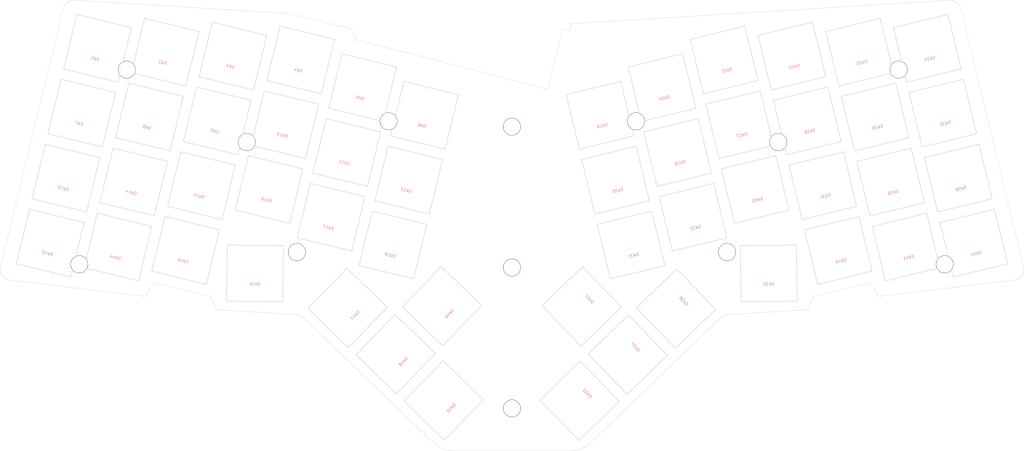
<source format=kicad_pcb>
(kicad_pcb (version 20221018) (generator pcbnew)
  (title_block (title "REVIUNGDASH") (date "2023-02-03") (rev "0.1"))
  (layers (0 "F.Cu" signal) (31 "B.Cu" signal) (34 "B.Paste" user) (35 "F.Paste" user) (36 "B.SilkS" user "B.Silkscreen") (37 "F.SilkS" user "F.Silkscreen") (38 "B.Mask" user) (39 "F.Mask" user) (44 "Edge.Cuts" user))
  (net 0 "")
  (footprint "Keyboard_Switch:MXOnly-1U-Hotswap-Extra-1mm-Offset-Cutout" (layer "F.Cu") (at 78.155 65.027 -13.66)
    (fp_text reference "SW1")
    (fp_text value "SW_PUSH")
    (fp_text user "${REFERENCE}" (at 0 3.048 -13.66) (layer "B.SilkS") (effects (font (size 0.8 0.8)) (justify mirror)))
    (fp_line (start -8 -8) (end -8 8) (stroke (width 0.15)) (layer "Edge.Cuts"))
    (fp_line (start -8 8) (end 8 8) (stroke (width 0.15)) (layer "Edge.Cuts"))
    (fp_line (start 8 -8) (end -8 -8) (stroke (width 0.15)) (layer "Edge.Cuts"))
    (fp_line (start 8 8) (end 8 -8) (stroke (width 0.15)) (layer "Edge.Cuts"))
  )
  (footprint "Keyboard_Switch:MXOnly-1U-Hotswap-Extra-1mm-Offset-Cutout" (layer "F.Cu") (at 97.478 66.134 -13.66)
    (fp_text reference "SW2")
    (fp_text value "SW_PUSH")
    (fp_text user "${REFERENCE}" (at 0 3.048 -13.66) (layer "B.SilkS") (effects (font (size 0.8 0.8)) (justify mirror)))
    (fp_line (start -8 -8) (end -8 8) (stroke (width 0.15)) (layer "Edge.Cuts"))
    (fp_line (start -8 8) (end 8 8) (stroke (width 0.15)) (layer "Edge.Cuts"))
    (fp_line (start 8 -8) (end -8 -8) (stroke (width 0.15)) (layer "Edge.Cuts"))
    (fp_line (start 8 8) (end 8 -8) (stroke (width 0.15)) (layer "Edge.Cuts"))
  )
  (footprint "Keyboard_Switch:MXOnly-1U-Hotswap-Extra-1mm-Offset-Cutout" (layer "F.Cu") (at 116.798 67.24 -13.66)
    (fp_text reference "SW3")
    (fp_text value "SW_PUSH")
    (fp_text user "${REFERENCE}" (at 0 3.048 -13.66) (layer "B.SilkS") (effects (font (size 0.8 0.8)) (justify mirror)))
    (fp_line (start -8 -8) (end -8 8) (stroke (width 0.15)) (layer "Edge.Cuts"))
    (fp_line (start -8 8) (end 8 8) (stroke (width 0.15)) (layer "Edge.Cuts"))
    (fp_line (start 8 -8) (end -8 -8) (stroke (width 0.15)) (layer "Edge.Cuts"))
    (fp_line (start 8 8) (end 8 -8) (stroke (width 0.15)) (layer "Edge.Cuts"))
  )
  (footprint "Keyboard_Switch:MXOnly-1U-Hotswap-Extra-1mm-Offset-Cutout" (layer "F.Cu") (at 136.115 68.342 -13.66)
    (fp_text reference "SW4")
    (fp_text value "SW_PUSH")
    (fp_text user "${REFERENCE}" (at 0 3.048 -13.66) (layer "B.SilkS") (effects (font (size 0.8 0.8)) (justify mirror)))
    (fp_line (start -8 -8) (end -8 8) (stroke (width 0.15)) (layer "Edge.Cuts"))
    (fp_line (start -8 8) (end 8 8) (stroke (width 0.15)) (layer "Edge.Cuts"))
    (fp_line (start 8 -8) (end -8 -8) (stroke (width 0.15)) (layer "Edge.Cuts"))
    (fp_line (start 8 8) (end 8 -8) (stroke (width 0.15)) (layer "Edge.Cuts"))
  )
  (footprint "Keyboard_Switch:MXOnly-1U-Hotswap-Extra-1mm-Offset-Cutout" (layer "F.Cu") (at 153.785 76.243 -13.66)
    (fp_text reference "SW5")
    (fp_text value "SW_PUSH")
    (fp_text user "${REFERENCE}" (at 0 3.048 -13.66) (layer "B.SilkS") (effects (font (size 0.8 0.8)) (justify mirror)))
    (fp_line (start -8 -8) (end -8 8) (stroke (width 0.15)) (layer "Edge.Cuts"))
    (fp_line (start -8 8) (end 8 8) (stroke (width 0.15)) (layer "Edge.Cuts"))
    (fp_line (start 8 -8) (end -8 -8) (stroke (width 0.15)) (layer "Edge.Cuts"))
    (fp_line (start 8 8) (end 8 -8) (stroke (width 0.15)) (layer "Edge.Cuts"))
  )
  (footprint "Keyboard_Switch:MXOnly-1U-Hotswap-Extra-1mm-Offset-Cutout" (layer "F.Cu") (at 171.45 84.137 -13.66)
    (fp_text reference "SW6")
    (fp_text value "SW_PUSH")
    (fp_text user "${REFERENCE}" (at 0 3.048 -13.66) (layer "B.SilkS") (effects (font (size 0.8 0.8)) (justify mirror)))
    (fp_line (start -8 -8) (end -8 8) (stroke (width 0.15)) (layer "Edge.Cuts"))
    (fp_line (start -8 8) (end 8 8) (stroke (width 0.15)) (layer "Edge.Cuts"))
    (fp_line (start 8 -8) (end -8 -8) (stroke (width 0.15)) (layer "Edge.Cuts"))
    (fp_line (start 8 8) (end 8 -8) (stroke (width 0.15)) (layer "Edge.Cuts"))
  )
  (footprint "Keyboard_Switch:MXOnly-1U-Hotswap-Extra-1mm-Offset-Cutout" (layer "F.Cu") (at 73.653 83.521 -13.66)
    (fp_text reference "SW7")
    (fp_text value "SW_PUSH")
    (fp_text user "${REFERENCE}" (at 0 3.048 -13.66) (layer "B.SilkS") (effects (font (size 0.8 0.8)) (justify mirror)))
    (fp_line (start -8 -8) (end -8 8) (stroke (width 0.15)) (layer "Edge.Cuts"))
    (fp_line (start -8 8) (end 8 8) (stroke (width 0.15)) (layer "Edge.Cuts"))
    (fp_line (start 8 -8) (end -8 -8) (stroke (width 0.15)) (layer "Edge.Cuts"))
    (fp_line (start 8 8) (end 8 -8) (stroke (width 0.15)) (layer "Edge.Cuts"))
  )
  (footprint "Keyboard_Switch:MXOnly-1U-Hotswap-Extra-1mm-Offset-Cutout" (layer "F.Cu") (at 92.971 84.627 -13.66)
    (fp_text reference "SW8")
    (fp_text value "SW_PUSH")
    (fp_text user "${REFERENCE}" (at 0 3.048 -13.66) (layer "B.SilkS") (effects (font (size 0.8 0.8)) (justify mirror)))
    (fp_line (start -8 -8) (end -8 8) (stroke (width 0.15)) (layer "Edge.Cuts"))
    (fp_line (start -8 8) (end 8 8) (stroke (width 0.15)) (layer "Edge.Cuts"))
    (fp_line (start 8 -8) (end -8 -8) (stroke (width 0.15)) (layer "Edge.Cuts"))
    (fp_line (start 8 8) (end 8 -8) (stroke (width 0.15)) (layer "Edge.Cuts"))
  )
  (footprint "Keyboard_Switch:MXOnly-1U-Hotswap-Extra-1mm-Offset-Cutout" (layer "F.Cu") (at 112.312 85.734 -13.66)
    (fp_text reference "SW9")
    (fp_text value "SW_PUSH")
    (fp_text user "${REFERENCE}" (at 0 3.048 -13.66) (layer "B.SilkS") (effects (font (size 0.8 0.8)) (justify mirror)))
    (fp_line (start -8 -8) (end -8 8) (stroke (width 0.15)) (layer "Edge.Cuts"))
    (fp_line (start -8 8) (end 8 8) (stroke (width 0.15)) (layer "Edge.Cuts"))
    (fp_line (start 8 -8) (end -8 -8) (stroke (width 0.15)) (layer "Edge.Cuts"))
    (fp_line (start 8 8) (end 8 -8) (stroke (width 0.15)) (layer "Edge.Cuts"))
  )
  (footprint "Keyboard_Switch:MXOnly-1U-Hotswap-Extra-1mm-Offset-Cutout" (layer "F.Cu") (at 131.611 86.835 -13.66)
    (fp_text reference "SW10")
    (fp_text value "SW_PUSH")
    (fp_text user "${REFERENCE}" (at 0 3.048 -13.66) (layer "B.SilkS") (effects (font (size 0.8 0.8)) (justify mirror)))
    (fp_line (start -8 -8) (end -8 8) (stroke (width 0.15)) (layer "Edge.Cuts"))
    (fp_line (start -8 8) (end 8 8) (stroke (width 0.15)) (layer "Edge.Cuts"))
    (fp_line (start 8 -8) (end -8 -8) (stroke (width 0.15)) (layer "Edge.Cuts"))
    (fp_line (start 8 8) (end 8 -8) (stroke (width 0.15)) (layer "Edge.Cuts"))
  )
  (footprint "Keyboard_Switch:MXOnly-1U-Hotswap-Extra-1mm-Offset-Cutout" (layer "F.Cu") (at 149.282 94.737 -13.66)
    (fp_text reference "SW11")
    (fp_text value "SW_PUSH")
    (fp_text user "${REFERENCE}" (at 0 3.048 -13.66) (layer "B.SilkS") (effects (font (size 0.8 0.8)) (justify mirror)))
    (fp_line (start -8 -8) (end -8 8) (stroke (width 0.15)) (layer "Edge.Cuts"))
    (fp_line (start -8 8) (end 8 8) (stroke (width 0.15)) (layer "Edge.Cuts"))
    (fp_line (start 8 -8) (end -8 -8) (stroke (width 0.15)) (layer "Edge.Cuts"))
    (fp_line (start 8 8) (end 8 -8) (stroke (width 0.15)) (layer "Edge.Cuts"))
  )
  (footprint "Keyboard_Switch:MXOnly-1U-Hotswap-Extra-1mm-Offset-Cutout" (layer "F.Cu") (at 166.949 102.638 -13.66)
    (fp_text reference "SW12")
    (fp_text value "SW_PUSH")
    (fp_text user "${REFERENCE}" (at 0 3.048 -13.66) (layer "B.SilkS") (effects (font (size 0.8 0.8)) (justify mirror)))
    (fp_line (start -8 -8) (end -8 8) (stroke (width 0.15)) (layer "Edge.Cuts"))
    (fp_line (start -8 8) (end 8 8) (stroke (width 0.15)) (layer "Edge.Cuts"))
    (fp_line (start 8 -8) (end -8 -8) (stroke (width 0.15)) (layer "Edge.Cuts"))
    (fp_line (start 8 8) (end 8 -8) (stroke (width 0.15)) (layer "Edge.Cuts"))
  )
  (footprint "Keyboard_Switch:MXOnly-1U-Hotswap-Extra-1mm-Offset-Cutout" (layer "F.Cu") (at 69.146 102.067 -13.66)
    (fp_text reference "SW13")
    (fp_text value "SW_PUSH")
    (fp_text user "${REFERENCE}" (at 0 3.048 -13.66) (layer "B.SilkS") (effects (font (size 0.8 0.8)) (justify mirror)))
    (fp_line (start -8 -8) (end -8 8) (stroke (width 0.15)) (layer "Edge.Cuts"))
    (fp_line (start -8 8) (end 8 8) (stroke (width 0.15)) (layer "Edge.Cuts"))
    (fp_line (start 8 -8) (end -8 -8) (stroke (width 0.15)) (layer "Edge.Cuts"))
    (fp_line (start 8 8) (end 8 -8) (stroke (width 0.15)) (layer "Edge.Cuts"))
  )
  (footprint "Keyboard_Switch:MXOnly-1U-Hotswap-Extra-1mm-Offset-Cutout" (layer "F.Cu") (at 88.464 103.173 -13.66)
    (fp_text reference "SW14")
    (fp_text value "SW_PUSH")
    (fp_text user "${REFERENCE}" (at 0 3.048 -13.66) (layer "B.SilkS") (effects (font (size 0.8 0.8)) (justify mirror)))
    (fp_line (start -8 -8) (end -8 8) (stroke (width 0.15)) (layer "Edge.Cuts"))
    (fp_line (start -8 8) (end 8 8) (stroke (width 0.15)) (layer "Edge.Cuts"))
    (fp_line (start 8 -8) (end -8 -8) (stroke (width 0.15)) (layer "Edge.Cuts"))
    (fp_line (start 8 8) (end 8 -8) (stroke (width 0.15)) (layer "Edge.Cuts"))
  )
  (footprint "Keyboard_Switch:MXOnly-1U-Hotswap-Extra-1mm-Offset-Cutout" (layer "F.Cu") (at 107.793 104.225 -13.66)
    (fp_text reference "SW15")
    (fp_text value "SW_PUSH")
    (fp_text user "${REFERENCE}" (at 0 3.048 -13.66) (layer "B.SilkS") (effects (font (size 0.8 0.8)) (justify mirror)))
    (fp_line (start -8 -8) (end -8 8) (stroke (width 0.15)) (layer "Edge.Cuts"))
    (fp_line (start -8 8) (end 8 8) (stroke (width 0.15)) (layer "Edge.Cuts"))
    (fp_line (start 8 -8) (end -8 -8) (stroke (width 0.15)) (layer "Edge.Cuts"))
    (fp_line (start 8 8) (end 8 -8) (stroke (width 0.15)) (layer "Edge.Cuts"))
  )
  (footprint "Keyboard_Switch:MXOnly-1U-Hotswap-Extra-1mm-Offset-Cutout" (layer "F.Cu") (at 127.107 105.329 -13.66)
    (fp_text reference "SW16")
    (fp_text value "SW_PUSH")
    (fp_text user "${REFERENCE}" (at 0 3.048 -13.66) (layer "B.SilkS") (effects (font (size 0.8 0.8)) (justify mirror)))
    (fp_line (start -8 -8) (end -8 8) (stroke (width 0.15)) (layer "Edge.Cuts"))
    (fp_line (start -8 8) (end 8 8) (stroke (width 0.15)) (layer "Edge.Cuts"))
    (fp_line (start 8 -8) (end -8 -8) (stroke (width 0.15)) (layer "Edge.Cuts"))
    (fp_line (start 8 8) (end 8 -8) (stroke (width 0.15)) (layer "Edge.Cuts"))
  )
  (footprint "Keyboard_Switch:MXOnly-1U-Hotswap-Extra-1mm-Offset-Cutout" (layer "F.Cu") (at 144.782 113.231 -13.66)
    (fp_text reference "SW17")
    (fp_text value "SW_PUSH")
    (fp_text user "${REFERENCE}" (at 0 3.048 -13.66) (layer "B.SilkS") (effects (font (size 0.8 0.8)) (justify mirror)))
    (fp_line (start -8 -8) (end -8 8) (stroke (width 0.15)) (layer "Edge.Cuts"))
    (fp_line (start -8 8) (end 8 8) (stroke (width 0.15)) (layer "Edge.Cuts"))
    (fp_line (start 8 -8) (end -8 -8) (stroke (width 0.15)) (layer "Edge.Cuts"))
    (fp_line (start 8 8) (end 8 -8) (stroke (width 0.15)) (layer "Edge.Cuts"))
  )
  (footprint "Keyboard_Switch:MXOnly-1U-Hotswap-Extra-1mm-Offset-Cutout" (layer "F.Cu") (at 162.446 121.133 -13.66)
    (fp_text reference "SW18")
    (fp_text value "SW_PUSH")
    (fp_text user "${REFERENCE}" (at 0 3.048 -13.66) (layer "B.SilkS") (effects (font (size 0.8 0.8)) (justify mirror)))
    (fp_line (start -8 -8) (end -8 8) (stroke (width 0.15)) (layer "Edge.Cuts"))
    (fp_line (start -8 8) (end 8 8) (stroke (width 0.15)) (layer "Edge.Cuts"))
    (fp_line (start 8 -8) (end -8 -8) (stroke (width 0.15)) (layer "Edge.Cuts"))
    (fp_line (start 8 8) (end 8 -8) (stroke (width 0.15)) (layer "Edge.Cuts"))
  )
  (footprint "Keyboard_Switch:MXOnly-1U-Hotswap-Extra-1mm-Offset-Cutout" (layer "F.Cu") (at 221.536 84.137 13.66)
    (fp_text reference "SW19")
    (fp_text value "SW_PUSH")
    (fp_text user "${REFERENCE}" (at 0 3.048 13.66) (layer "B.SilkS") (effects (font (size 0.8 0.8)) (justify mirror)))
    (fp_line (start -8 -8) (end -8 8) (stroke (width 0.15)) (layer "Edge.Cuts"))
    (fp_line (start -8 8) (end 8 8) (stroke (width 0.15)) (layer "Edge.Cuts"))
    (fp_line (start 8 -8) (end -8 -8) (stroke (width 0.15)) (layer "Edge.Cuts"))
    (fp_line (start 8 8) (end 8 -8) (stroke (width 0.15)) (layer "Edge.Cuts"))
  )
  (footprint "Keyboard_Switch:MXOnly-1U-Hotswap-Extra-1mm-Offset-Cutout" (layer "F.Cu") (at 239.235 76.243 13.66)
    (fp_text reference "SW20")
    (fp_text value "SW_PUSH")
    (fp_text user "${REFERENCE}" (at 0 3.048 13.66) (layer "B.SilkS") (effects (font (size 0.8 0.8)) (justify mirror)))
    (fp_line (start -8 -8) (end -8 8) (stroke (width 0.15)) (layer "Edge.Cuts"))
    (fp_line (start -8 8) (end 8 8) (stroke (width 0.15)) (layer "Edge.Cuts"))
    (fp_line (start 8 -8) (end -8 -8) (stroke (width 0.15)) (layer "Edge.Cuts"))
    (fp_line (start 8 8) (end 8 -8) (stroke (width 0.15)) (layer "Edge.Cuts"))
  )
  (footprint "Keyboard_Switch:MXOnly-1U-Hotswap-Extra-1mm-Offset-Cutout" (layer "F.Cu") (at 256.942 68.342 13.66)
    (fp_text reference "SW21")
    (fp_text value "SW_PUSH")
    (fp_text user "${REFERENCE}" (at 0 3.048 13.66) (layer "B.SilkS") (effects (font (size 0.8 0.8)) (justify mirror)))
    (fp_line (start -8 -8) (end -8 8) (stroke (width 0.15)) (layer "Edge.Cuts"))
    (fp_line (start -8 8) (end 8 8) (stroke (width 0.15)) (layer "Edge.Cuts"))
    (fp_line (start 8 -8) (end -8 -8) (stroke (width 0.15)) (layer "Edge.Cuts"))
    (fp_line (start 8 8) (end 8 -8) (stroke (width 0.15)) (layer "Edge.Cuts"))
  )
  (footprint "Keyboard_Switch:MXOnly-1U-Hotswap-Extra-1mm-Offset-Cutout" (layer "F.Cu") (at 276.263 67.24 13.66)
    (fp_text reference "SW22")
    (fp_text value "SW_PUSH")
    (fp_text user "${REFERENCE}" (at 0 3.048 13.66) (layer "B.SilkS") (effects (font (size 0.8 0.8)) (justify mirror)))
    (fp_line (start -8 -8) (end -8 8) (stroke (width 0.15)) (layer "Edge.Cuts"))
    (fp_line (start -8 8) (end 8 8) (stroke (width 0.15)) (layer "Edge.Cuts"))
    (fp_line (start 8 -8) (end -8 -8) (stroke (width 0.15)) (layer "Edge.Cuts"))
    (fp_line (start 8 8) (end 8 -8) (stroke (width 0.15)) (layer "Edge.Cuts"))
  )
  (footprint "Keyboard_Switch:MXOnly-1U-Hotswap-Extra-1mm-Offset-Cutout" (layer "F.Cu") (at 295.588 66.134 13.66)
    (fp_text reference "SW23")
    (fp_text value "SW_PUSH")
    (fp_text user "${REFERENCE}" (at 0 3.048 13.66) (layer "B.SilkS") (effects (font (size 0.8 0.8)) (justify mirror)))
    (fp_line (start -8 -8) (end -8 8) (stroke (width 0.15)) (layer "Edge.Cuts"))
    (fp_line (start -8 8) (end 8 8) (stroke (width 0.15)) (layer "Edge.Cuts"))
    (fp_line (start 8 -8) (end -8 -8) (stroke (width 0.15)) (layer "Edge.Cuts"))
    (fp_line (start 8 8) (end 8 -8) (stroke (width 0.15)) (layer "Edge.Cuts"))
  )
  (footprint "Keyboard_Switch:MXOnly-1U-Hotswap-Extra-1mm-Offset-Cutout" (layer "F.Cu") (at 314.918 65.027 13.66)
    (fp_text reference "SW24")
    (fp_text value "SW_PUSH")
    (fp_text user "${REFERENCE}" (at 0 3.048 13.66) (layer "B.SilkS") (effects (font (size 0.8 0.8)) (justify mirror)))
    (fp_line (start -8 -8) (end -8 8) (stroke (width 0.15)) (layer "Edge.Cuts"))
    (fp_line (start -8 8) (end 8 8) (stroke (width 0.15)) (layer "Edge.Cuts"))
    (fp_line (start 8 -8) (end -8 -8) (stroke (width 0.15)) (layer "Edge.Cuts"))
    (fp_line (start 8 8) (end 8 -8) (stroke (width 0.15)) (layer "Edge.Cuts"))
  )
  (footprint "Keyboard_Switch:MXOnly-1U-Hotswap-Extra-1mm-Offset-Cutout" (layer "F.Cu") (at 225.954 102.638 13.66)
    (fp_text reference "SW25")
    (fp_text value "SW_PUSH")
    (fp_text user "${REFERENCE}" (at 0 3.048 13.66) (layer "B.SilkS") (effects (font (size 0.8 0.8)) (justify mirror)))
    (fp_line (start -8 -8) (end -8 8) (stroke (width 0.15)) (layer "Edge.Cuts"))
    (fp_line (start -8 8) (end 8 8) (stroke (width 0.15)) (layer "Edge.Cuts"))
    (fp_line (start 8 -8) (end -8 -8) (stroke (width 0.15)) (layer "Edge.Cuts"))
    (fp_line (start 8 8) (end 8 -8) (stroke (width 0.15)) (layer "Edge.Cuts"))
  )
  (footprint "Keyboard_Switch:MXOnly-1U-Hotswap-Extra-1mm-Offset-Cutout" (layer "F.Cu") (at 243.656 94.737 13.66)
    (fp_text reference "SW26")
    (fp_text value "SW_PUSH")
    (fp_text user "${REFERENCE}" (at 0 3.048 13.66) (layer "B.SilkS") (effects (font (size 0.8 0.8)) (justify mirror)))
    (fp_line (start -8 -8) (end -8 8) (stroke (width 0.15)) (layer "Edge.Cuts"))
    (fp_line (start -8 8) (end 8 8) (stroke (width 0.15)) (layer "Edge.Cuts"))
    (fp_line (start 8 -8) (end -8 -8) (stroke (width 0.15)) (layer "Edge.Cuts"))
    (fp_line (start 8 8) (end 8 -8) (stroke (width 0.15)) (layer "Edge.Cuts"))
  )
  (footprint "Keyboard_Switch:MXOnly-1U-Hotswap-Extra-1mm-Offset-Cutout" (layer "F.Cu") (at 261.362 86.835 13.66)
    (fp_text reference "SW27")
    (fp_text value "SW_PUSH")
    (fp_text user "${REFERENCE}" (at 0 3.048 13.66) (layer "B.SilkS") (effects (font (size 0.8 0.8)) (justify mirror)))
    (fp_line (start -8 -8) (end -8 8) (stroke (width 0.15)) (layer "Edge.Cuts"))
    (fp_line (start -8 8) (end 8 8) (stroke (width 0.15)) (layer "Edge.Cuts"))
    (fp_line (start 8 -8) (end -8 -8) (stroke (width 0.15)) (layer "Edge.Cuts"))
    (fp_line (start 8 8) (end 8 -8) (stroke (width 0.15)) (layer "Edge.Cuts"))
  )
  (footprint "Keyboard_Switch:MXOnly-1U-Hotswap-Extra-1mm-Offset-Cutout" (layer "F.Cu") (at 280.666 85.734 13.66)
    (fp_text reference "SW28")
    (fp_text value "SW_PUSH")
    (fp_text user "${REFERENCE}" (at 0 3.048 13.66) (layer "B.SilkS") (effects (font (size 0.8 0.8)) (justify mirror)))
    (fp_line (start -8 -8) (end -8 8) (stroke (width 0.15)) (layer "Edge.Cuts"))
    (fp_line (start -8 8) (end 8 8) (stroke (width 0.15)) (layer "Edge.Cuts"))
    (fp_line (start 8 -8) (end -8 -8) (stroke (width 0.15)) (layer "Edge.Cuts"))
    (fp_line (start 8 8) (end 8 -8) (stroke (width 0.15)) (layer "Edge.Cuts"))
  )
  (footprint "Keyboard_Switch:MXOnly-1U-Hotswap-Extra-1mm-Offset-Cutout" (layer "F.Cu") (at 300.012 84.627 13.66)
    (fp_text reference "SW29")
    (fp_text value "SW_PUSH")
    (fp_text user "${REFERENCE}" (at 0 3.048 13.66) (layer "B.SilkS") (effects (font (size 0.8 0.8)) (justify mirror)))
    (fp_line (start -8 -8) (end -8 8) (stroke (width 0.15)) (layer "Edge.Cuts"))
    (fp_line (start -8 8) (end 8 8) (stroke (width 0.15)) (layer "Edge.Cuts"))
    (fp_line (start 8 -8) (end -8 -8) (stroke (width 0.15)) (layer "Edge.Cuts"))
    (fp_line (start 8 8) (end 8 -8) (stroke (width 0.15)) (layer "Edge.Cuts"))
  )
  (footprint "Keyboard_Switch:MXOnly-1U-Hotswap-Extra-1mm-Offset-Cutout" (layer "F.Cu") (at 319.334 83.521 13.66)
    (fp_text reference "SW30")
    (fp_text value "SW_PUSH")
    (fp_text user "${REFERENCE}" (at 0 3.048 13.66) (layer "B.SilkS") (effects (font (size 0.8 0.8)) (justify mirror)))
    (fp_line (start -8 -8) (end -8 8) (stroke (width 0.15)) (layer "Edge.Cuts"))
    (fp_line (start -8 8) (end 8 8) (stroke (width 0.15)) (layer "Edge.Cuts"))
    (fp_line (start 8 -8) (end -8 -8) (stroke (width 0.15)) (layer "Edge.Cuts"))
    (fp_line (start 8 8) (end 8 -8) (stroke (width 0.15)) (layer "Edge.Cuts"))
  )
  (footprint "Keyboard_Switch:MXOnly-1U-Hotswap-Extra-1mm-Offset-Cutout" (layer "F.Cu") (at 230.374 121.133 13.66)
    (fp_text reference "SW31")
    (fp_text value "SW_PUSH")
    (fp_text user "${REFERENCE}" (at 0 3.048 13.66) (layer "B.SilkS") (effects (font (size 0.8 0.8)) (justify mirror)))
    (fp_line (start -8 -8) (end -8 8) (stroke (width 0.15)) (layer "Edge.Cuts"))
    (fp_line (start -8 8) (end 8 8) (stroke (width 0.15)) (layer "Edge.Cuts"))
    (fp_line (start 8 -8) (end -8 -8) (stroke (width 0.15)) (layer "Edge.Cuts"))
    (fp_line (start 8 8) (end 8 -8) (stroke (width 0.15)) (layer "Edge.Cuts"))
  )
  (footprint "Keyboard_Switch:MXOnly-1U-Hotswap-Extra-1mm-Offset-Cutout" (layer "F.Cu") (at 248.074 113.231 13.66)
    (fp_text reference "SW32")
    (fp_text value "SW_PUSH")
    (fp_text user "${REFERENCE}" (at 0 3.048 13.66) (layer "B.SilkS") (effects (font (size 0.8 0.8)) (justify mirror)))
    (fp_line (start -8 -8) (end -8 8) (stroke (width 0.15)) (layer "Edge.Cuts"))
    (fp_line (start -8 8) (end 8 8) (stroke (width 0.15)) (layer "Edge.Cuts"))
    (fp_line (start 8 -8) (end -8 -8) (stroke (width 0.15)) (layer "Edge.Cuts"))
    (fp_line (start 8 8) (end 8 -8) (stroke (width 0.15)) (layer "Edge.Cuts"))
  )
  (footprint "Keyboard_Switch:MXOnly-1U-Hotswap-Extra-1mm-Offset-Cutout" (layer "F.Cu") (at 265.783 105.329 13.66)
    (fp_text reference "SW33")
    (fp_text value "SW_PUSH")
    (fp_text user "${REFERENCE}" (at 0 3.048 13.66) (layer "B.SilkS") (effects (font (size 0.8 0.8)) (justify mirror)))
    (fp_line (start -8 -8) (end -8 8) (stroke (width 0.15)) (layer "Edge.Cuts"))
    (fp_line (start -8 8) (end 8 8) (stroke (width 0.15)) (layer "Edge.Cuts"))
    (fp_line (start 8 -8) (end -8 -8) (stroke (width 0.15)) (layer "Edge.Cuts"))
    (fp_line (start 8 8) (end 8 -8) (stroke (width 0.15)) (layer "Edge.Cuts"))
  )
  (footprint "Keyboard_Switch:MXOnly-1U-Hotswap-Extra-1mm-Offset-Cutout" (layer "F.Cu") (at 285.103 104.225 13.66)
    (fp_text reference "SW34")
    (fp_text value "SW_PUSH")
    (fp_text user "${REFERENCE}" (at 0 3.048 13.66) (layer "B.SilkS") (effects (font (size 0.8 0.8)) (justify mirror)))
    (fp_line (start -8 -8) (end -8 8) (stroke (width 0.15)) (layer "Edge.Cuts"))
    (fp_line (start -8 8) (end 8 8) (stroke (width 0.15)) (layer "Edge.Cuts"))
    (fp_line (start 8 -8) (end -8 -8) (stroke (width 0.15)) (layer "Edge.Cuts"))
    (fp_line (start 8 8) (end 8 -8) (stroke (width 0.15)) (layer "Edge.Cuts"))
  )
  (footprint "Keyboard_Switch:MXOnly-1U-Hotswap-Extra-1mm-Offset-Cutout" (layer "F.Cu") (at 304.435 103.173 13.66)
    (fp_text reference "SW35")
    (fp_text value "SW_PUSH")
    (fp_text user "${REFERENCE}" (at 0 3.048 13.66) (layer "B.SilkS") (effects (font (size 0.8 0.8)) (justify mirror)))
    (fp_line (start -8 -8) (end -8 8) (stroke (width 0.15)) (layer "Edge.Cuts"))
    (fp_line (start -8 8) (end 8 8) (stroke (width 0.15)) (layer "Edge.Cuts"))
    (fp_line (start 8 -8) (end -8 -8) (stroke (width 0.15)) (layer "Edge.Cuts"))
    (fp_line (start 8 8) (end 8 -8) (stroke (width 0.15)) (layer "Edge.Cuts"))
  )
  (footprint "Keyboard_Switch:MXOnly-1U-Hotswap-Extra-1mm-Offset-Cutout" (layer "F.Cu") (at 323.758 102.067 13.66)
    (fp_text reference "SW36")
    (fp_text value "SW_PUSH")
    (fp_text user "${REFERENCE}" (at 0 3.048 13.66) (layer "B.SilkS") (effects (font (size 0.8 0.8)) (justify mirror)))
    (fp_line (start -8 -8) (end -8 8) (stroke (width 0.15)) (layer "Edge.Cuts"))
    (fp_line (start -8 8) (end 8 8) (stroke (width 0.15)) (layer "Edge.Cuts"))
    (fp_line (start 8 -8) (end -8 -8) (stroke (width 0.15)) (layer "Edge.Cuts"))
    (fp_line (start 8 8) (end 8 -8) (stroke (width 0.15)) (layer "Edge.Cuts"))
  )
  (footprint "Keyboard_Switch:MXOnly-1U-Hotswap-Extra-1mm-Offset-Cutout" (layer "F.Cu") (at 243.223 139.313 133.94)
    (fp_text reference "SW38")
    (fp_text value "SW_PUSH")
    (fp_text user "${REFERENCE}" (at 0 3.048 133.94) (layer "B.SilkS") (effects (font (size 0.8 0.8)) (justify mirror)))
    (fp_line (start -8 -8) (end -8 8) (stroke (width 0.15)) (layer "Edge.Cuts"))
    (fp_line (start -8 8) (end 8 8) (stroke (width 0.15)) (layer "Edge.Cuts"))
    (fp_line (start 8 -8) (end -8 -8) (stroke (width 0.15)) (layer "Edge.Cuts"))
    (fp_line (start 8 8) (end 8 -8) (stroke (width 0.15)) (layer "Edge.Cuts"))
  )
  (footprint "Keyboard_Switch:MXOnly-1U-Hotswap-Extra-1mm-Offset-Cutout" (layer "F.Cu") (at 269.685 129.258 0.78)
    (fp_text reference "SW39")
    (fp_text value "SW_PUSH")
    (fp_text user "${REFERENCE}" (at 0 3.048 0.78) (layer "B.SilkS") (effects (font (size 0.8 0.8)) (justify mirror)))
    (fp_line (start -8 -8) (end -8 8) (stroke (width 0.15)) (layer "Edge.Cuts"))
    (fp_line (start -8 8) (end 8 8) (stroke (width 0.15)) (layer "Edge.Cuts"))
    (fp_line (start 8 -8) (end -8 -8) (stroke (width 0.15)) (layer "Edge.Cuts"))
    (fp_line (start 8 8) (end 8 -8) (stroke (width 0.15)) (layer "Edge.Cuts"))
  )
  (footprint "_reviung-kbd:HOLE" (layer "F.Cu") (at 86.513 71.104)
    (fp_text reference "H1")
    (fp_text value "H1")
    (pad "" np_thru_hole circle (at 0 0) (size 5 5) (drill 4.8) (layers "*.Cu" "*.Mask"))
  )
  (footprint "_reviung-kbd:HOLE" (layer "F.Cu") (at 72.962 126.658)
    (fp_text reference "H2")
    (fp_text value "H2")
    (pad "" np_thru_hole circle (at 0 0) (size 5 5) (drill 4.8) (layers "*.Cu" "*.Mask"))
  )
  (footprint "_reviung-kbd:HOLE" (layer "F.Cu") (at 120.727 91.784)
    (fp_text reference "H3")
    (fp_text value "H3")
    (pad "" np_thru_hole circle (at 0 0) (size 5 5) (drill 4.8) (layers "*.Cu" "*.Mask"))
  )
  (footprint "_reviung-kbd:HOLE" (layer "F.Cu") (at 135.044 123.191)
    (fp_text reference "H4")
    (fp_text value "H4")
    (pad "" np_thru_hole circle (at 0 0) (size 5 5) (drill 4.8) (layers "*.Cu" "*.Mask"))
  )
  (footprint "_reviung-kbd:HOLE" (layer "F.Cu") (at 196.393 127.583)
    (fp_text reference "H6")
    (fp_text value "H6")
    (pad "" np_thru_hole circle (at 0 0) (size 5 5) (drill 4.8) (layers "*.Cu" "*.Mask"))
  )
  (footprint "_reviung-kbd:HOLE" (layer "F.Cu") (at 257.767 123.191)
    (fp_text reference "H8")
    (fp_text value "H8")
    (pad "" np_thru_hole circle (at 0 0) (size 5 5) (drill 4.8) (layers "*.Cu" "*.Mask"))
  )
  (footprint "_reviung-kbd:HOLE" (layer "F.Cu") (at 272.363 91.784)
    (fp_text reference "H9")
    (fp_text value "H9")
    (pad "" np_thru_hole circle (at 0 0) (size 5 5) (drill 4.8) (layers "*.Cu" "*.Mask"))
  )
  (footprint "_reviung-kbd:HOLE" (layer "F.Cu") (at 319.859 126.658)
    (fp_text reference "H10")
    (fp_text value "H10")
    (pad "" np_thru_hole circle (at 0 0) (size 5 5) (drill 4.8) (layers "*.Cu" "*.Mask"))
  )
  (footprint "_reviung-kbd:HOLE" (layer "F.Cu") (at 306.729 71.104)
    (fp_text reference "H11")
    (fp_text value "H11")
    (pad "" np_thru_hole circle (at 0 0) (size 5 5) (drill 4.8) (layers "*.Cu" "*.Mask"))
  )
  (footprint "_reviung-kbd:HOLE" (layer "F.Cu") (at 231.805 85.85)
    (fp_text reference "H7")
    (fp_text value "H7")
    (pad "" np_thru_hole circle (at 0 0) (size 5 5) (drill 4.8) (layers "*.Cu" "*.Mask"))
  )
  (footprint "_reviung-kbd:HOLE" (layer "F.Cu") (at 161.203 85.85)
    (fp_text reference "H5")
    (fp_text value "H5")
    (pad "" np_thru_hole circle (at 0 0) (size 5 5) (drill 4.8) (layers "*.Cu" "*.Mask"))
  )
  (footprint "Keyboard_Switch:MXOnly-1U-Hotswap-Extra-1mm-Offset-Cutout" (layer "F.Cu") (at 308.857 121.72 13.66)
    (fp_text reference "SW41")
    (fp_text value "SW_PUSH")
    (fp_text user "${REFERENCE}" (at 0 3.048 13.66) (layer "B.SilkS") (effects (font (size 0.8 0.8)) (justify mirror)))
    (fp_line (start -8 -8) (end -8 8) (stroke (width 0.15)) (layer "Edge.Cuts"))
    (fp_line (start -8 8) (end 8 8) (stroke (width 0.15)) (layer "Edge.Cuts"))
    (fp_line (start 8 -8) (end -8 -8) (stroke (width 0.15)) (layer "Edge.Cuts"))
    (fp_line (start 8 8) (end 8 -8) (stroke (width 0.15)) (layer "Edge.Cuts"))
  )
  (footprint "Keyboard_Switch:MXOnly-1U-Hotswap-Extra-1mm-Offset-Cutout" (layer "F.Cu") (at 103.292 122.719 -13.66)
    (fp_text reference "SW45")
    (fp_text value "SW_PUSH")
    (fp_text user "${REFERENCE}" (at 0 3.048 -13.66) (layer "B.SilkS") (effects (font (size 0.8 0.8)) (justify mirror)))
    (fp_line (start -8 -8) (end -8 8) (stroke (width 0.15)) (layer "Edge.Cuts"))
    (fp_line (start -8 8) (end 8 8) (stroke (width 0.15)) (layer "Edge.Cuts"))
    (fp_line (start 8 -8) (end -8 -8) (stroke (width 0.15)) (layer "Edge.Cuts"))
    (fp_line (start 8 8) (end 8 -8) (stroke (width 0.15)) (layer "Edge.Cuts"))
  )
  (footprint "Keyboard_Switch:MXOnly-1U-Hotswap-Extra-1mm-Offset-Cutout" (layer "F.Cu") (at 176.928 165.517 46.06)
    (fp_text reference "SW50")
    (fp_text value "SW_PUSH")
    (fp_text user "${REFERENCE}" (at 0 3.048 46.06) (layer "B.SilkS") (effects (font (size 0.8 0.8)) (justify mirror)))
    (fp_line (start -8 -8) (end -8 8) (stroke (width 0.15)) (layer "Edge.Cuts"))
    (fp_line (start -8 8) (end 8 8) (stroke (width 0.15)) (layer "Edge.Cuts"))
    (fp_line (start 8 -8) (end -8 -8) (stroke (width 0.15)) (layer "Edge.Cuts"))
    (fp_line (start 8 8) (end 8 -8) (stroke (width 0.15)) (layer "Edge.Cuts"))
  )
  (footprint "_reviung-kbd:HOLE" (layer "F.Cu") (at 196.393 87.388)
    (fp_text reference "H16")
    (fp_text value "H16")
    (pad "" np_thru_hole circle (at 0 0) (size 5 5) (drill 4.8) (layers "*.Cu" "*.Mask"))
  )
  (footprint "Keyboard_Switch:MXOnly-1U-Hotswap-Extra-1mm-Offset-Cutout" (layer "F.Cu") (at 229.46 152.456 133.94)
    (fp_text reference "SW37")
    (fp_text value "SW_PUSH")
    (fp_text user "${REFERENCE}" (at 0 3.048 133.94) (layer "B.SilkS") (effects (font (size 0.8 0.8)) (justify mirror)))
    (fp_line (start -8 -8) (end -8 8) (stroke (width 0.15)) (layer "Edge.Cuts"))
    (fp_line (start -8 8) (end 8 8) (stroke (width 0.15)) (layer "Edge.Cuts"))
    (fp_line (start 8 -8) (end -8 -8) (stroke (width 0.15)) (layer "Edge.Cuts"))
    (fp_line (start 8 8) (end 8 -8) (stroke (width 0.15)) (layer "Edge.Cuts"))
  )
  (footprint "Keyboard_Switch:MXOnly-1U-Hotswap-Extra-1mm-Offset-Cutout" (layer "F.Cu") (at 64.636 120.614 -13.66)
    (fp_text reference "SW43")
    (fp_text value "SW_PUSH")
    (fp_text user "${REFERENCE}" (at 0 3.048 -13.66) (layer "B.SilkS") (effects (font (size 0.8 0.8)) (justify mirror)))
    (fp_line (start -8 -8) (end -8 8) (stroke (width 0.15)) (layer "Edge.Cuts"))
    (fp_line (start -8 8) (end 8 8) (stroke (width 0.15)) (layer "Edge.Cuts"))
    (fp_line (start 8 -8) (end -8 -8) (stroke (width 0.15)) (layer "Edge.Cuts"))
    (fp_line (start 8 8) (end 8 -8) (stroke (width 0.15)) (layer "Edge.Cuts"))
  )
  (footprint "Keyboard_Switch:MXOnly-1U-Hotswap-Extra-1mm-Offset-Cutout" (layer "F.Cu") (at 83.959 121.72 -13.66)
    (fp_text reference "SW44")
    (fp_text value "SW_PUSH")
    (fp_text user "${REFERENCE}" (at 0 3.048 -13.66) (layer "B.SilkS") (effects (font (size 0.8 0.8)) (justify mirror)))
    (fp_line (start -8 -8) (end -8 8) (stroke (width 0.15)) (layer "Edge.Cuts"))
    (fp_line (start -8 8) (end 8 8) (stroke (width 0.15)) (layer "Edge.Cuts"))
    (fp_line (start 8 -8) (end -8 -8) (stroke (width 0.15)) (layer "Edge.Cuts"))
    (fp_line (start 8 8) (end 8 -8) (stroke (width 0.15)) (layer "Edge.Cuts"))
  )
  (footprint "_reviung-kbd:HOLE" (layer "F.Cu") (at 196.393 167.778)
    (fp_text reference "H15")
    (fp_text value "H6")
    (pad "" np_thru_hole circle (at 0 0) (size 5 5) (drill 4.8) (layers "F&B.Cu" "*.Mask"))
  )
  (footprint "Keyboard_Switch:MXOnly-1U-Hotswap-Extra-1mm-Offset-Cutout" (layer "F.Cu") (at 123.099 129.258 -0.78)
    (fp_text reference "SW46")
    (fp_text value "SW_PUSH")
    (fp_text user "${REFERENCE}" (at 0 3.048 -0.78) (layer "B.SilkS") (effects (font (size 0.8 0.8)) (justify mirror)))
    (fp_line (start -8 -8) (end -8 8) (stroke (width 0.15)) (layer "Edge.Cuts"))
    (fp_line (start -8 8) (end 8 8) (stroke (width 0.15)) (layer "Edge.Cuts"))
    (fp_line (start 8 -8) (end -8 -8) (stroke (width 0.15)) (layer "Edge.Cuts"))
    (fp_line (start 8 8) (end 8 -8) (stroke (width 0.15)) (layer "Edge.Cuts"))
  )
  (footprint "Keyboard_Switch:MXOnly-1U-Hotswap-Extra-1mm-Offset-Cutout" (layer "F.Cu") (at 163.221 152.308 46.06)
    (fp_text reference "SW48")
    (fp_text value "SW_PUSH")
    (fp_text user "${REFERENCE}" (at 0 3.048 46.06) (layer "B.SilkS") (effects (font (size 0.8 0.8)) (justify mirror)))
    (fp_line (start -8 -8) (end -8 8) (stroke (width 0.15)) (layer "Edge.Cuts"))
    (fp_line (start -8 8) (end 8 8) (stroke (width 0.15)) (layer "Edge.Cuts"))
    (fp_line (start 8 -8) (end -8 -8) (stroke (width 0.15)) (layer "Edge.Cuts"))
    (fp_line (start 8 8) (end 8 -8) (stroke (width 0.15)) (layer "Edge.Cuts"))
  )
  (footprint "Keyboard_Switch:MXOnly-1U-Hotswap-Extra-1mm-Offset-Cutout" (layer "F.Cu") (at 328.185 120.614 13.66)
    (fp_text reference "SW42")
    (fp_text value "SW_PUSH")
    (fp_text user "${REFERENCE}" (at 0 3.048 13.66) (layer "B.SilkS") (effects (font (size 0.8 0.8)) (justify mirror)))
    (fp_line (start -8 -8) (end -8 8) (stroke (width 0.15)) (layer "Edge.Cuts"))
    (fp_line (start -8 8) (end 8 8) (stroke (width 0.15)) (layer "Edge.Cuts"))
    (fp_line (start 8 -8) (end -8 -8) (stroke (width 0.15)) (layer "Edge.Cuts"))
    (fp_line (start 8 8) (end 8 -8) (stroke (width 0.15)) (layer "Edge.Cuts"))
  )
  (footprint "Keyboard_Switch:MXOnly-1U-Hotswap-Extra-1mm-Offset-Cutout" (layer "F.Cu") (at 289.52 122.719 13.66)
    (fp_text reference "SW40")
    (fp_text value "SW_PUSH")
    (fp_text user "${REFERENCE}" (at 0 3.048 13.66) (layer "B.SilkS") (effects (font (size 0.8 0.8)) (justify mirror)))
    (fp_line (start -8 -8) (end -8 8) (stroke (width 0.15)) (layer "Edge.Cuts"))
    (fp_line (start -8 8) (end 8 8) (stroke (width 0.15)) (layer "Edge.Cuts"))
    (fp_line (start 8 -8) (end -8 -8) (stroke (width 0.15)) (layer "Edge.Cuts"))
    (fp_line (start 8 8) (end 8 -8) (stroke (width 0.15)) (layer "Edge.Cuts"))
  )
  (footprint "Keyboard_Switch:MXOnly-1U-Hotswap-Extra-1mm-Offset-Cutout" (layer "F.Cu") (at 216.312 138.69 133.94)
    (fp_text reference "SW51")
    (fp_text value "SW_PUSH")
    (fp_text user "${REFERENCE}" (at 0 3.048 133.94) (layer "B.SilkS") (effects (font (size 0.8 0.8)) (justify mirror)))
    (fp_line (start -8 -8) (end -8 8) (stroke (width 0.15)) (layer "Edge.Cuts"))
    (fp_line (start -8 8) (end 8 8) (stroke (width 0.15)) (layer "Edge.Cuts"))
    (fp_line (start 8 -8) (end -8 -8) (stroke (width 0.15)) (layer "Edge.Cuts"))
    (fp_line (start 8 8) (end 8 -8) (stroke (width 0.15)) (layer "Edge.Cuts"))
  )
  (footprint "Keyboard_Switch:MXOnly-1U-Hotswap-Extra-1mm-Offset-Cutout" (layer "F.Cu") (at 176.43 138.6 46.06)
    (fp_text reference "SW49")
    (fp_text value "SW_PUSH")
    (fp_text user "${REFERENCE}" (at 0 3.048 46.06) (layer "B.SilkS") (effects (font (size 0.8 0.8)) (justify mirror)))
    (fp_line (start -8 -8) (end -8 8) (stroke (width 0.15)) (layer "Edge.Cuts"))
    (fp_line (start -8 8) (end 8 8) (stroke (width 0.15)) (layer "Edge.Cuts"))
    (fp_line (start 8 -8) (end -8 -8) (stroke (width 0.15)) (layer "Edge.Cuts"))
    (fp_line (start 8 8) (end 8 -8) (stroke (width 0.15)) (layer "Edge.Cuts"))
  )
  (footprint "Keyboard_Switch:MXOnly-1U-Hotswap-Extra-1mm-Offset-Cutout" (layer "F.Cu") (at 149.517 139.103 46.06)
    (fp_text reference "SW47")
    (fp_text value "SW_PUSH")
    (fp_text user "${REFERENCE}" (at 0 3.048 46.06) (layer "B.SilkS") (effects (font (size 0.8 0.8)) (justify mirror)))
    (fp_line (start -8 -8) (end -8 8) (stroke (width 0.15)) (layer "Edge.Cuts"))
    (fp_line (start -8 8) (end 8 8) (stroke (width 0.15)) (layer "Edge.Cuts"))
    (fp_line (start 8 -8) (end -8 -8) (stroke (width 0.15)) (layer "Edge.Cuts"))
    (fp_line (start 8 8) (end 8 -8) (stroke (width 0.15)) (layer "Edge.Cuts"))
  )
  (footprint "Keyboard_Switch:MXOnly-1U-Hotswap-Extra-1mm-Offset-Cutout" (layer "F.Cu") (at 215.694 165.603 133.94)
    (fp_text reference "SW52")
    (fp_text value "SW_PUSH")
    (fp_text user "${REFERENCE}" (at 0 3.048 133.94) (layer "B.SilkS") (effects (font (size 0.8 0.8)) (justify mirror)))
    (fp_line (start -8 -8) (end -8 8) (stroke (width 0.15)) (layer "Edge.Cuts"))
    (fp_line (start -8 8) (end 8 8) (stroke (width 0.15)) (layer "Edge.Cuts"))
    (fp_line (start 8 -8) (end -8 -8) (stroke (width 0.15)) (layer "Edge.Cuts"))
    (fp_line (start 8 8) (end 8 -8) (stroke (width 0.15)) (layer "Edge.Cuts"))
  )
  (gr_line (start 300.639646 135.384542) (end 300.606681 135.335334) (stroke (width 0.087312)) (layer "Edge.Cuts"))
  (gr_line (start 70.238048 51.482263) (end 70.360352 51.438743) (stroke (width 0.087312)) (layer "Edge.Cuts"))
  (gr_line (start 215.622322 179.444908) (end 215.265758 179.55814) (stroke (width 0.087312)) (layer "Edge.Cuts"))
  (gr_line (start 92.297174 135.230663) (end 92.270626 135.283995) (stroke (width 0.087312)) (layer "Edge.Cuts"))
  (gr_line (start 280.875039 139.375002) (end 280.832444 139.415554) (stroke (width 0.087312)) (layer "Edge.Cuts"))
  (gr_line (start 324.392089 53.410328) (end 324.47799 53.659702) (stroke (width 0.087312)) (layer "Edge.Cuts"))
  (gr_line (start 91.676289 135.736495) (end 91.639019 135.746319) (stroke (width 0.087312)) (layer "Edge.Cuts"))
  (gr_line (start 70.739833 51.339939) (end 70.870024 51.31797) (stroke (width 0.087312)) (layer "Edge.Cuts"))
  (gr_line (start 322.912529 51.711376) (end 323.128575 51.843476) (stroke (width 0.087312)) (layer "Edge.Cuts"))
  (gr_line (start 151.551628 62.053036) (end 151.577301 62.110033) (stroke (width 0.087312)) (layer "Edge.Cuts"))
  (gr_line (start 152.164715 62.620974) (end 152.224992 62.638797) (stroke (width 0.087312)) (layer "Edge.Cuts"))
  (gr_line (start 134.886505 141.071159) (end 134.631897 141.035222) (stroke (width 0.087312)) (layer "Edge.Cuts"))
  (gr_line (start 213.417205 58.073021) (end 213.429545 58.06008) (stroke (width 0.087312)) (layer "Edge.Cuts"))
  (gr_line (start 50.512711 129.102886) (end 50.471958 128.963933) (stroke (width 0.087312)) (layer "Edge.Cuts"))
  (gr_line (start 255.920724 141.963513) (end 218.839456 177.534954) (stroke (width 0.087312)) (layer "Edge.Cuts"))
  (gr_line (start 300.675972 135.431527) (end 300.639646 135.384542) (stroke (width 0.087312)) (layer "Edge.Cuts"))
  (gr_line (start 281.019041 139.19071) (end 280.987177 139.239896) (stroke (width 0.087312)) (layer "Edge.Cuts"))
  (gr_line (start 341.957901 129.877296) (end 341.874234 129.994376) (stroke (width 0.087312)) (layer "Edge.Cuts"))
  (gr_line (start 256.178414 141.745637) (end 256.047838 141.850616) (stroke (width 0.087312)) (layer "Edge.Cuts"))
  (gr_line (start 150.226138 59.405954) (end 150.284208 59.427341) (stroke (width 0.087312)) (layer "Edge.Cuts"))
  (gr_line (start 150.16649 59.388141) (end 150.16649 59.388141) (stroke (width 0.087312)) (layer "Edge.Cuts"))
  (gr_line (start 51.472674 130.514784) (end 51.362528 130.420145) (stroke (width 0.087312)) (layer "Edge.Cuts"))
  (gr_line (start 112.377164 139.626385) (end 112.319237 139.604789) (stroke (width 0.087312)) (layer "Edge.Cuts"))
  (gr_line (start 256.928815 141.329941) (end 256.761392 141.399432) (stroke (width 0.087312)) (layer "Edge.Cuts"))
  (gr_line (start 150.592212 59.62378) (end 150.635594 59.666716) (stroke (width 0.087312)) (layer "Edge.Cuts"))
  (gr_line (start 71.405349 51.287983) (end 132.426774 55.079395) (stroke (width 0.087312)) (layer "Edge.Cuts"))
  (gr_line (start 68.479505 53.271844) (end 68.526992 53.148032) (stroke (width 0.087312)) (layer "Edge.Cuts"))
  (gr_line (start 211.193292 59.472339) (end 211.193292 59.472339) (stroke (width 0.087312)) (layer "Edge.Cuts"))
  (gr_line (start 342.335059 129.102834) (end 342.287757 129.239344) (stroke (width 0.087312)) (layer "Edge.Cuts"))
  (gr_line (start 134.358201 141.003921) (end 134.064116 140.976981) (stroke (width 0.087312)) (layer "Edge.Cuts"))
  (gr_line (start 150.749505 59.81052) (end 150.78163 59.863041) (stroke (width 0.087312)) (layer "Edge.Cuts"))
  (gr_line (start 70.484849 51.400439) (end 70.611392 51.367466) (stroke (width 0.087312)) (layer "Edge.Cuts"))
  (gr_line (start 112.263232 139.580185) (end 112.209239 139.552674) (stroke (width 0.087312)) (layer "Edge.Cuts"))
  (gr_line (start 136.243664 141.475474) (end 136.086216 141.399432) (stroke (width 0.087312)) (layer "Edge.Cuts"))
  (gr_line (start 216.653994 179.020403) (end 216.31644 179.176041) (stroke (width 0.087312)) (layer "Edge.Cuts"))
  (gr_line (start 151.529374 61.994052) (end 151.529374 61.994052) (stroke (width 0.087312)) (layer "Edge.Cuts"))
  (gr_line (start 258.489404 141.003921) (end 258.215709 141.035222) (stroke (width 0.087312)) (layer "Edge.Cuts"))
  (gr_line (start 92.065431 135.53854) (end 92.041448 135.558048) (stroke (width 0.087312)) (layer "Edge.Cuts"))
  (gr_line (start 177.581836 179.55814) (end 177.225273 179.444908) (stroke (width 0.087312)) (layer "Edge.Cuts"))
  (gr_line (start 340.18081 131.106564) (end 340.18081 131.106564) (stroke (width 0.087312)) (layer "Edge.Cuts"))
  (gr_line (start 50.398321 127.79164) (end 50.422749 127.640929) (stroke (width 0.087312)) (layer "Edge.Cuts"))
  (gr_line (start 340.475166 131.01972) (end 340.329872 131.066636) (stroke (width 0.087312)) (layer "Edge.Cuts"))
  (gr_line (start 257.298788 141.209514) (end 257.107513 141.266726) (stroke (width 0.087312)) (layer "Edge.Cuts"))
  (gr_line (start 150.340571 59.452178) (end 150.395096 59.480342) (stroke (width 0.087312)) (layer "Edge.Cuts"))
  (gr_line (start 213.354725 58.181437) (end 213.360863 58.164291) (stroke (width 0.087312)) (layer "Edge.Cuts"))
  (gr_line (start 150.78163 59.863041) (end 150.810615 59.917648) (stroke (width 0.087312)) (layer "Edge.Cuts"))
  (gr_line (start 151.796067 62.404235) (end 151.842137 62.444295) (stroke (width 0.087312)) (layer "Edge.Cuts"))
  (gr_line (start 178.689537 179.813052) (end 178.313968 179.74221) (stroke (width 0.087312)) (layer "Edge.Cuts"))
  (gr_line (start 300.550424 135.230679) (end 300.550424 135.230679) (stroke (width 0.087312)) (layer "Edge.Cuts"))
  (gr_line (start 91.435723 135.782574) (end 91.435723 135.782574) (stroke (width 0.087312)) (layer "Edge.Cuts"))
  (gr_line (start 51.362528 130.420145) (end 51.257401 130.320563) (stroke (width 0.087312)) (layer "Edge.Cuts"))
  (gr_line (start 92.110617 135.497586) (end 92.088483 135.518381) (stroke (width 0.087312)) (layer "Edge.Cuts"))
  (gr_line (start 91.96378 135.612534) (end 91.935942 135.629306) (stroke (width 0.087312)) (layer "Edge.Cuts"))
  (gr_line (start 324.288012 53.171254) (end 324.392089 53.410328) (stroke (width 0.087312)) (layer "Edge.Cuts"))
  (gr_line (start 151.941377 62.515751) (end 151.994293 62.54693) (stroke (width 0.087312)) (layer "Edge.Cuts"))
  (gr_line (start 50.471958 128.963933) (end 50.437892 128.822764) (stroke (width 0.087312)) (layer "Edge.Cuts"))
  (gr_line (start 298.62716 131.887386) (end 282.396829 135.845287) (stroke (width 0.087312)) (layer "Edge.Cuts"))
  (gr_line (start 213.518334 57.999354) (end 213.535287 57.992389) (stroke (width 0.087312)) (layer "Edge.Cuts"))
  (gr_line (start 341.375058 130.514729) (end 341.260028 130.604199) (stroke (width 0.087312)) (layer "Edge.Cuts"))
  (gr_line (start 111.895112 139.287069) (end 111.860429 139.239893) (stroke (width 0.087312)) (layer "Edge.Cuts"))
  (gr_line (start 176.875046 179.317542) (end 176.531155 179.176041) (stroke (width 0.087312)) (layer "Edge.Cuts"))
  (gr_line (start 133.748338 140.954128) (end 112.377164 139.626385) (stroke (width 0.087312)) (layer "Edge.Cuts"))
  (gr_line (start 92.01652 135.576892) (end 91.990636 135.595059) (stroke (width 0.087312)) (layer "Edge.Cuts"))
  (gr_line (start 300.606681 135.335334) (end 300.576975 135.28401) (stroke (width 0.087312)) (layer "Edge.Cuts"))
  (gr_line (start 321.44262 51.287983) (end 321.44262 51.287983) (stroke (width 0.087312)) (layer "Edge.Cuts"))
  (gr_line (start 50.37127 128.24048) (end 50.37272 128.091642) (stroke (width 0.087312)) (layer "Edge.Cuts"))
  (gr_line (start 51.831831 130.766772) (end 51.707465 130.688325) (stroke (width 0.087312)) (layer "Edge.Cuts"))
  (gr_line (start 324.47799 53.659702) (end 324.47799 53.659702) (stroke (width 0.087312)) (layer "Edge.Cuts"))
  (gr_line (start 341.485208 130.42009) (end 341.375058 130.514729) (stroke (width 0.087312)) (layer "Edge.Cuts"))
  (gr_line (start 217.940849 178.256445) (end 217.62864 178.468649) (stroke (width 0.087312)) (layer "Edge.Cuts"))
  (gr_line (start 213.360863 58.164291) (end 213.367984 58.147637) (stroke (width 0.087312)) (layer "Edge.Cuts"))
  (gr_line (start 111.799603 139.139616) (end 111.773638 139.086715) (stroke (width 0.087312)) (layer "Edge.Cuts"))
  (gr_line (start 301.246964 135.755324) (end 301.171315 135.736513) (stroke (width 0.087312)) (layer "Edge.Cuts"))
  (gr_line (start 50.673696 129.50418) (end 50.613718 129.373237) (stroke (width 0.087312)) (layer "Edge.Cuts"))
  (gr_line (start 150.284208 59.427341) (end 150.340571 59.452178) (stroke (width 0.087312)) (layer "Edge.Cuts"))
  (gr_line (start 92.131845 135.476167) (end 92.110617 135.497586) (stroke (width 0.087312)) (layer "Edge.Cuts"))
  (gr_line (start 50.889853 129.877351) (end 50.811902 129.756464) (stroke (width 0.087312)) (layer "Edge.Cuts"))
  (gr_line (start 218.839456 177.534954) (end 218.839456 177.534954) (stroke (width 0.087312)) (layer "Edge.Cuts"))
  (gr_line (start 111.773638 139.086715) (end 111.750759 139.032105) (stroke (width 0.087312)) (layer "Edge.Cuts"))
  (gr_line (start 342.475057 128.091602) (end 342.476507 128.240437) (stroke (width 0.087312)) (layer "Edge.Cuts"))
  (gr_line (start 112.377164 139.626385) (end 112.377164 139.626385) (stroke (width 0.087312)) (layer "Edge.Cuts"))
  (gr_line (start 150.714371 59.76021) (end 150.749505 59.81052) (stroke (width 0.087312)) (layer "Edge.Cuts"))
  (gr_line (start 179.071441 179.869767) (end 178.689537 179.813052) (stroke (width 0.087312)) (layer "Edge.Cuts"))
  (gr_line (start 301.411874 135.782604) (end 301.327116 135.770724) (stroke (width 0.087312)) (layer "Edge.Cuts"))
  (gr_line (start 342.287757 129.239344) (end 342.234047 129.373183) (stroke (width 0.087312)) (layer "Edge.Cuts"))
  (gr_line (start 50.437892 128.822764) (end 50.410651 128.679607) (stroke (width 0.087312)) (layer "Edge.Cuts"))
  (gr_line (start 50.56001 129.239396) (end 50.512711 129.102886) (stroke (width 0.087312)) (layer "Edge.Cuts"))
  (gr_line (start 69.455703 51.923348) (end 69.558529 51.846518) (stroke (width 0.087312)) (layer "Edge.Cuts"))
  (gr_line (start 91.600637 135.755303) (end 91.56113 135.763434) (stroke (width 0.087312)) (layer "Edge.Cuts"))
  (gr_line (start 68.914725 52.470636) (end 68.995106 52.369719) (stroke (width 0.087312)) (layer "Edge.Cuts"))
  (gr_line (start 91.747541 135.714384) (end 91.712458 135.725846) (stroke (width 0.087312)) (layer "Edge.Cuts"))
  (gr_line (start 213.349603 58.199039) (end 213.349603 58.199039) (stroke (width 0.087312)) (layer "Edge.Cuts"))
  (gr_line (start 68.369365 53.659702) (end 68.400544 53.527794) (stroke (width 0.087312)) (layer "Edge.Cuts"))
  (gr_line (start 68.766881 52.683199) (end 68.838601 52.575168) (stroke (width 0.087312)) (layer "Edge.Cuts"))
  (gr_line (start 69.66458 51.774103) (end 69.773708 51.706218) (stroke (width 0.087312)) (layer "Edge.Cuts"))
  (gr_line (start 340.887053 130.839315) (end 340.753895 130.905832) (stroke (width 0.087312)) (layer "Edge.Cuts"))
  (gr_line (start 50.422749 127.640929) (end 50.455114 127.490048) (stroke (width 0.087312)) (layer "Edge.Cuts"))
  (gr_line (start 150.858644 60.032626) (end 151.529374 61.994052) (stroke (width 0.087312)) (layer "Edge.Cuts"))
  (gr_line (start 110.450753 135.845287) (end 94.220418 131.887386) (stroke (width 0.087312)) (layer "Edge.Cuts"))
  (gr_line (start 69.168048 52.179184) (end 69.260315 52.089795) (stroke (width 0.087312)) (layer "Edge.Cuts"))
  (gr_line (start 213.405654 58.08667) (end 213.417205 58.073021) (stroke (width 0.087312)) (layer "Edge.Cuts"))
  (gr_line (start 322.451918 51.49719) (end 322.686668 51.59572) (stroke (width 0.087312)) (layer "Edge.Cuts"))
  (gr_line (start 135.740096 141.266726) (end 135.54882 141.209514) (stroke (width 0.087312)) (layer "Edge.Cuts"))
  (gr_line (start 150.810615 59.917648) (end 150.836329 59.974218) (stroke (width 0.087312)) (layer "Edge.Cuts"))
  (gr_line (start 112.060219 139.453691) (end 112.015165 139.415548) (stroke (width 0.087312)) (layer "Edge.Cuts"))
  (gr_line (start 280.78739 139.453698) (end 280.739966 139.489334) (stroke (width 0.087312)) (layer "Edge.Cuts"))
  (gr_line (start 136.533846 141.648303) (end 136.39244 141.55834) (stroke (width 0.087312)) (layer "Edge.Cuts"))
  (gr_line (start 68.637243 52.909303) (end 68.699713 52.794616) (stroke (width 0.087312)) (layer "Edge.Cuts"))
  (gr_line (start 92.190226 135.408305) (end 92.171636 135.431513) (stroke (width 0.087312)) (layer "Edge.Cuts"))
  (gr_line (start 150.858644 60.032626) (end 150.858644 60.032626) (stroke (width 0.087312)) (layer "Edge.Cuts"))
  (gr_line (start 341.874234 129.994376) (end 341.784992 130.107423) (stroke (width 0.087312)) (layer "Edge.Cuts"))
  (gr_line (start 213.535287 57.992389) (end 213.535287 57.992389) (stroke (width 0.087312)) (layer "Edge.Cuts"))
  (gr_line (start 280.915086 139.332142) (end 280.875039 139.375002) (stroke (width 0.087312)) (layer "Edge.Cuts"))
  (gr_line (start 70.360352 51.438743) (end 70.484849 51.400439) (stroke (width 0.087312)) (layer "Edge.Cuts"))
  (gr_line (start 342.392663 127.490017) (end 342.392663 127.490017) (stroke (width 0.087312)) (layer "Edge.Cuts"))
  (gr_line (start 68.369365 53.659702) (end 68.369365 53.659702) (stroke (width 0.087312)) (layer "Edge.Cuts"))
  (gr_line (start 151.752532 62.36143) (end 151.796067 62.404235) (stroke (width 0.087312)) (layer "Edge.Cuts"))
  (gr_line (start 210.97 59.404) (end 206.4864 76.746) (stroke (width 0.087312)) (layer "Edge.Cuts"))
  (gr_line (start 280.638368 139.552679) (end 280.584373 139.58019) (stroke (width 0.087312)) (layer "Edge.Cuts"))
  (gr_line (start 301.411874 135.782604) (end 301.411874 135.782604) (stroke (width 0.087312)) (layer "Edge.Cuts"))
  (gr_line (start 280.584373 139.58019) (end 280.528366 139.604791) (stroke (width 0.087312)) (layer "Edge.Cuts"))
  (gr_line (start 213.776145 179.869767) (end 213.387902 179.912357) (stroke (width 0.087312)) (layer "Edge.Cuts"))
  (gr_line (start 341.015887 130.766719) (end 340.887053 130.839315) (stroke (width 0.087312)) (layer "Edge.Cuts"))
  (gr_line (start 50.811902 129.756464) (end 50.739803 129.631998) (stroke (width 0.087312)) (layer "Edge.Cuts"))
  (gr_line (start 91.478686 135.777083) (end 91.435723 135.782574) (stroke (width 0.087312)) (layer "Edge.Cuts"))
  (gr_line (start 322.20921 51.416468) (end 322.451918 51.49719) (stroke (width 0.087312)) (layer "Edge.Cuts"))
  (gr_line (start 324.029047 52.726737) (end 324.166688 52.943163) (stroke (width 0.087312)) (layer "Edge.Cuts"))
  (gr_line (start 257.724281 141.112004) (end 257.503944 141.158031) (stroke (width 0.087312)) (layer "Edge.Cuts"))
  (gr_line (start 150.16649 59.388141) (end 150.226138 59.405954) (stroke (width 0.087312)) (layer "Edge.Cuts"))
  (gr_line (start 300.806163 135.558059) (end 300.759127 135.518393) (stroke (width 0.087312)) (layer "Edge.Cuts"))
  (gr_line (start 52.231149 130.966093) (end 52.093812 130.905883) (stroke (width 0.087312)) (layer "Edge.Cuts"))
  (gr_line (start 324.166688 52.943163) (end 324.288012 53.171254) (stroke (width 0.087312)) (layer "Edge.Cuts"))
  (gr_line (start 52.517818 131.066683) (end 52.37253 131.019768) (stroke (width 0.087312)) (layer "Edge.Cuts"))
  (gr_line (start 214.902859 179.65724) (end 214.533624 179.74221) (stroke (width 0.087312)) (layer "Edge.Cuts"))
  (gr_line (start 136.799757 141.850616) (end 136.669185 141.745637) (stroke (width 0.087312)) (layer "Edge.Cuts"))
  (gr_line (start 94.220418 131.887386) (end 92.297174 135.230663) (stroke (width 0.087312)) (layer "Edge.Cuts"))
  (gr_line (start 91.846399 135.675258) (end 91.814499 135.689076) (stroke (width 0.087312)) (layer "Edge.Cuts"))
  (gr_line (start 70.118084 51.530885) (end 70.238048 51.482263) (stroke (width 0.087312)) (layer "Edge.Cuts"))
  (gr_line (start 136.086216 141.399432) (end 135.918794 141.329941) (stroke (width 0.087312)) (layer "Edge.Cuts"))
  (gr_line (start 134.064116 140.976981) (end 133.748338 140.954128) (stroke (width 0.087312)) (layer "Edge.Cuts"))
  (gr_line (start 150.498111 59.546153) (end 150.546341 59.583551) (stroke (width 0.087312)) (layer "Edge.Cuts"))
  (gr_line (start 256.313756 141.648303) (end 256.178414 141.745637) (stroke (width 0.087312)) (layer "Edge.Cuts"))
  (gr_line (start 112.157346 139.522354) (end 112.107643 139.489327) (stroke (width 0.087312)) (layer "Edge.Cuts"))
  (gr_line (start 91.435723 135.782574) (end 52.666874 131.106609) (stroke (width 0.087312)) (layer "Edge.Cuts"))
  (gr_line (start 281.096838 139.032105) (end 281.073962 139.086715) (stroke (width 0.087312)) (layer "Edge.Cuts"))
  (gr_line (start 135.54882 141.209514) (end 135.343665 141.158031) (stroke (width 0.087312)) (layer "Edge.Cuts"))
  (gr_line (start 70.000608 51.584495) (end 70.118084 51.530885) (stroke (width 0.087312)) (layer "Edge.Cuts"))
  (gr_line (start 342.035855 129.756409) (end 341.957901 129.877296) (stroke (width 0.087312)) (layer "Edge.Cuts"))
  (gr_line (start 214.533624 179.74221) (end 214.158052 179.813052) (stroke (width 0.087312)) (layer "Edge.Cuts"))
  (gr_line (start 51.587699 130.604253) (end 51.472674 130.514784) (stroke (width 0.087312)) (layer "Edge.Cuts"))
  (gr_line (start 92.088483 135.518381) (end 92.065431 135.53854) (stroke (width 0.087312)) (layer "Edge.Cuts"))
  (gr_line (start 218.839456 177.534954) (end 218.546257 177.7896) (stroke (width 0.087312)) (layer "Edge.Cuts"))
  (gr_line (start 112.319237 139.604789) (end 112.263232 139.580185) (stroke (width 0.087312)) (layer "Edge.Cuts"))
  (gr_line (start 50.37272 128.091642) (end 50.381691 127.941953) (stroke (width 0.087312)) (layer "Edge.Cuts"))
  (gr_line (start 135.918794 141.329941) (end 135.740096 141.266726) (stroke (width 0.087312)) (layer "Edge.Cuts"))
  (gr_line (start 300.911667 135.629317) (end 300.856975 135.59507) (stroke (width 0.087312)) (layer "Edge.Cuts"))
  (gr_line (start 259.099267 140.954128) (end 258.783489 140.976981) (stroke (width 0.087312)) (layer "Edge.Cuts"))
  (gr_line (start 342.466087 127.941915) (end 342.475057 128.091602) (stroke (width 0.087312)) (layer "Edge.Cuts"))
  (gr_line (start 151.842137 62.444295) (end 151.890616 62.481504) (stroke (width 0.087312)) (layer "Edge.Cuts"))
  (gr_line (start 111.731053 138.975887) (end 110.450753 135.845287) (stroke (width 0.087312)) (layer "Edge.Cuts"))
  (gr_line (start 281.073962 139.086715) (end 281.047999 139.139617) (stroke (width 0.087312)) (layer "Edge.Cuts"))
  (gr_line (start 210.97 59.404) (end 211.193292 59.472339) (stroke (width 0.087312)) (layer "Edge.Cuts"))
  (gr_line (start 111.828563 139.190708) (end 111.799603 139.139616) (stroke (width 0.087312)) (layer "Edge.Cuts"))
  (gr_line (start 69.558529 51.846518) (end 69.66458 51.774103) (stroke (width 0.087312)) (layer "Edge.Cuts"))
  (gr_line (start 300.970344 135.660693) (end 300.911667 135.629317) (stroke (width 0.087312)) (layer "Edge.Cuts"))
  (gr_line (start 136.669185 141.745637) (end 136.533846 141.648303) (stroke (width 0.087312)) (layer "Edge.Cuts"))
  (gr_line (start 52.666874 131.106609) (end 52.666874 131.106609) (stroke (width 0.087312)) (layer "Edge.Cuts"))
  (gr_line (start 301.327116 135.770724) (end 301.246964 135.755324) (stroke (width 0.087312)) (layer "Edge.Cuts"))
  (gr_line (start 135.343665 141.158031) (end 135.123327 141.112004) (stroke (width 0.087312)) (layer "Edge.Cuts"))
  (gr_line (start 282.396829 135.845287) (end 281.11654 138.975887) (stroke (width 0.087312)) (layer "Edge.Cuts"))
  (gr_line (start 71.13507 51.291171) (end 71.269629 51.286568) (stroke (width 0.087312)) (layer "Edge.Cuts"))
  (gr_line (start 51.96066 130.839367) (end 51.831831 130.766772) (stroke (width 0.087312)) (layer "Edge.Cuts"))
  (gr_line (start 52.666874 131.106609) (end 52.517818 131.066683) (stroke (width 0.087312)) (layer "Edge.Cuts"))
  (gr_line (start 342.234047 129.373183) (end 342.174067 129.504125) (stroke (width 0.087312)) (layer "Edge.Cuts"))
  (gr_line (start 51.707465 130.688325) (end 51.587699 130.604253) (stroke (width 0.087312)) (layer "Edge.Cuts"))
  (gr_line (start 150.447652 59.511708) (end 150.498111 59.546153) (stroke (width 0.087312)) (layer "Edge.Cuts"))
  (gr_line (start 151.577301 62.110033) (end 151.606267 62.164935) (stroke (width 0.087312)) (layer "Edge.Cuts"))
  (gr_line (start 342.174067 129.504125) (end 342.107957 129.631943) (stroke (width 0.087312)) (layer "Edge.Cuts"))
  (gr_line (start 92.171636 135.431513) (end 92.15218 135.454138) (stroke (width 0.087312)) (layer "Edge.Cuts"))
  (gr_line (start 91.56113 135.763434) (end 91.520483 135.770698) (stroke (width 0.087312)) (layer "Edge.Cuts"))
  (gr_line (start 342.392663 127.490017) (end 342.425029 127.640895) (stroke (width 0.087312)) (layer "Edge.Cuts"))
  (gr_line (start 256.761392 141.399432) (end 256.603943 141.475474) (stroke (width 0.087312)) (layer "Edge.Cuts"))
  (gr_line (start 68.526992 53.148032) (end 68.579621 53.027146) (stroke (width 0.087312)) (layer "Edge.Cuts"))
  (gr_line (start 70.870024 51.31797) (end 71.001819 51.301676) (stroke (width 0.087312)) (layer "Edge.Cuts"))
  (gr_line (start 213.535287 57.992389) (end 228.494027 57.063038) (stroke (width 0.087312)) (layer "Edge.Cuts"))
  (gr_line (start 213.376056 58.131512) (end 213.385047 58.115952) (stroke (width 0.087312)) (layer "Edge.Cuts"))
  (gr_line (start 342.470575 128.388193) (end 342.457401 128.534643) (stroke (width 0.087312)) (layer "Edge.Cuts"))
  (gr_line (start 132.426774 55.079395) (end 150.16649 59.388141) (stroke (width 0.087312)) (layer "Edge.Cuts"))
  (gr_line (start 91.712458 135.725846) (end 91.676289 135.736495) (stroke (width 0.087312)) (layer "Edge.Cuts"))
  (gr_line (start 213.429545 58.06008) (end 213.442642 58.047885) (stroke (width 0.087312)) (layer "Edge.Cuts"))
  (gr_line (start 342.409881 128.822715) (end 342.375813 128.963882) (stroke (width 0.087312)) (layer "Edge.Cuts"))
  (gr_line (start 91.990636 135.595059) (end 91.96378 135.612534) (stroke (width 0.087312)) (layer "Edge.Cuts"))
  (gr_line (start 68.699713 52.794616) (end 68.766881 52.683199) (stroke (width 0.087312)) (layer "Edge.Cuts"))
  (gr_line (start 342.375813 128.963882) (end 342.335059 129.102834) (stroke (width 0.087312)) (layer "Edge.Cuts"))
  (gr_line (start 340.616553 130.966043) (end 340.475166 131.01972) (stroke (width 0.087312)) (layer "Edge.Cuts"))
  (gr_line (start 341.140258 130.688272) (end 341.015887 130.766719) (stroke (width 0.087312)) (layer "Edge.Cuts"))
  (gr_line (start 281.047999 139.139617) (end 281.019041 139.19071) (stroke (width 0.087312)) (layer "Edge.Cuts"))
  (gr_line (start 174.301333 177.7896) (end 174.008134 177.534954) (stroke (width 0.087312)) (layer "Edge.Cuts"))
  (gr_line (start 258.215709 141.035222) (end 257.961102 141.071159) (stroke (width 0.087312)) (layer "Edge.Cuts"))
  (gr_line (start 206.4864 76.746) (end 173.527208 68.135485) (stroke (width 0.087312)) (layer "Edge.Cuts"))
  (gr_line (start 301.100064 135.714399) (end 301.033108 135.68909) (stroke (width 0.087312)) (layer "Edge.Cuts"))
  (gr_line (start 151.606267 62.164935) (end 151.638399 62.217634) (stroke (width 0.087312)) (layer "Edge.Cuts"))
  (gr_line (start 322.686668 51.59572) (end 322.912529 51.711376) (stroke (width 0.087312)) (layer "Edge.Cuts"))
  (gr_line (start 69.260315 52.089795) (end 69.356249 52.004478) (stroke (width 0.087312)) (layer "Edge.Cuts"))
  (gr_line (start 213.394923 58.100993) (end 213.405654 58.08667) (stroke (width 0.087312)) (layer "Edge.Cuts"))
  (gr_line (start 152.04924 62.574933) (end 152.106089 62.59965) (stroke (width 0.087312)) (layer "Edge.Cuts"))
  (gr_line (start 136.39244 141.55834) (end 136.243664 141.475474) (stroke (width 0.087312)) (layer "Edge.Cuts"))
  (gr_line (start 152.224992 62.638797) (end 173.527208 68.135485) (stroke (width 0.087312)) (layer "Edge.Cuts"))
  (gr_line (start 174.600869 178.030096) (end 174.301333 177.7896) (stroke (width 0.087312)) (layer "Edge.Cuts"))
  (gr_line (start 342.457401 128.534643) (end 342.437123 128.679559) (stroke (width 0.087312)) (layer "Edge.Cuts"))
  (gr_line (start 213.501942 58.007281) (end 213.518334 57.999354) (stroke (width 0.087312)) (layer "Edge.Cuts"))
  (gr_line (start 51.257401 130.320563) (end 51.157431 130.216265) (stroke (width 0.087312)) (layer "Edge.Cuts"))
  (gr_line (start 71.405349 51.287983) (end 71.405349 51.287983) (stroke (width 0.087312)) (layer "Edge.Cuts"))
  (gr_line (start 111.750759 139.032105) (end 111.731053 138.975887) (stroke (width 0.087312)) (layer "Edge.Cuts"))
  (gr_line (start 340.753895 130.905832) (end 340.616553 130.966043) (stroke (width 0.087312)) (layer "Edge.Cuts"))
  (gr_line (start 111.731053 138.975887) (end 111.731053 138.975887) (stroke (width 0.087312)) (layer "Edge.Cuts"))
  (gr_line (start 175.218952 178.468649) (end 174.906742 178.256445) (stroke (width 0.087312)) (layer "Edge.Cuts"))
  (gr_line (start 218.546257 177.7896) (end 218.246721 178.030096) (stroke (width 0.087312)) (layer "Edge.Cuts"))
  (gr_line (start 174.008134 177.534954) (end 136.926866 141.963513) (stroke (width 0.087312)) (layer "Edge.Cuts"))
  (gr_line (start 151.673572 62.268022) (end 151.711658 62.31599) (stroke (width 0.087312)) (layer "Edge.Cuts"))
  (gr_line (start 298.62716 131.887386) (end 298.62716 131.887386) (stroke (width 0.087312)) (layer "Edge.Cuts"))
  (gr_line (start 134.631897 141.035222) (end 134.358201 141.003921) (stroke (width 0.087312)) (layer "Edge.Cuts"))
  (gr_line (start 177.944734 179.65724) (end 177.581836 179.55814) (stroke (width 0.087312)) (layer "Edge.Cuts"))
  (gr_line (start 256.603943 141.475474) (end 256.455165 141.55834) (stroke (width 0.087312)) (layer "Edge.Cuts"))
  (gr_line (start 216.985213 178.850626) (end 216.653994 179.020403) (stroke (width 0.087312)) (layer "Edge.Cuts"))
  (gr_line (start 91.907108 135.645359) (end 91.877264 135.660681) (stroke (width 0.087312)) (layer "Edge.Cuts"))
  (gr_line (start 280.690262 139.522361) (end 280.638368 139.552679) (stroke (width 0.087312)) (layer "Edge.Cuts"))
  (gr_line (start 258.783489 140.976981) (end 258.489404 141.003921) (stroke (width 0.087312)) (layer "Edge.Cuts"))
  (gr_line (start 71.269629 51.286568) (end 71.405349 51.287983) (stroke (width 0.087312)) (layer "Edge.Cuts"))
  (gr_line (start 92.207961 135.384528) (end 92.190226 135.408305) (stroke (width 0.087312)) (layer "Edge.Cuts"))
  (gr_line (start 150.635594 59.666716) (end 150.676357 59.712233) (stroke (width 0.087312)) (layer "Edge.Cuts"))
  (gr_line (start 259.099267 140.954128) (end 259.099267 140.954128) (stroke (width 0.087312)) (layer "Edge.Cuts"))
  (gr_line (start 300.759127 135.518393) (end 300.715765 135.47618) (stroke (width 0.087312)) (layer "Edge.Cuts"))
  (gr_line (start 69.773708 51.706218) (end 69.885767 51.642977) (stroke (width 0.087312)) (layer "Edge.Cuts"))
  (gr_line (start 213.367984 58.147637) (end 213.376056 58.131512) (stroke (width 0.087312)) (layer "Edge.Cuts"))
  (gr_line (start 135.123327 141.112004) (end 134.886505 141.071159) (stroke (width 0.087312)) (layer "Edge.Cuts"))
  (gr_line (start 51.062757 130.107479) (end 50.973518 129.994432) (stroke (width 0.087312)) (layer "Edge.Cuts"))
  (gr_line (start 217.310095 178.666708) (end 216.985213 178.850626) (stroke (width 0.087312)) (layer "Edge.Cuts"))
  (gr_line (start 50.455114 127.490048) (end 68.369365 53.659702) (stroke (width 0.087312)) (layer "Edge.Cuts"))
  (gr_line (start 280.952495 139.287073) (end 280.915086 139.332142) (stroke (width 0.087312)) (layer "Edge.Cuts"))
  (gr_line (start 342.476507 128.240437) (end 342.470575 128.388193) (stroke (width 0.087312)) (layer "Edge.Cuts"))
  (gr_line (start 174.906742 178.256445) (end 174.600869 178.030096) (stroke (width 0.087312)) (layer "Edge.Cuts"))
  (gr_line (start 341.690314 130.216209) (end 341.59034 130.320507) (stroke (width 0.087312)) (layer "Edge.Cuts"))
  (gr_line (start 301.171315 135.736513) (end 301.100064 135.714399) (stroke (width 0.087312)) (layer "Edge.Cuts"))
  (gr_line (start 68.838601 52.575168) (end 68.914725 52.470636) (stroke (width 0.087312)) (layer "Edge.Cuts"))
  (gr_line (start 150.546341 59.583551) (end 150.592212 59.62378) (stroke (width 0.087312)) (layer "Edge.Cuts"))
  (gr_line (start 92.15218 135.454138) (end 92.131845 135.476167) (stroke (width 0.087312)) (layer "Edge.Cuts"))
  (gr_line (start 340.18081 131.106564) (end 301.411874 135.782604) (stroke (width 0.087312)) (layer "Edge.Cuts"))
  (gr_line (start 92.270626 135.283995) (end 92.240924 135.335319) (stroke (width 0.087312)) (layer "Edge.Cuts"))
  (gr_line (start 280.470437 139.626385) (end 280.470437 139.626385) (stroke (width 0.087312)) (layer "Edge.Cuts"))
  (gr_line (start 179.45968 179.912357) (end 179.45968 179.912357) (stroke (width 0.087312)) (layer "Edge.Cuts"))
  (gr_line (start 50.455114 127.490048) (end 50.455114 127.490048) (stroke (width 0.087312)) (layer "Edge.Cuts"))
  (gr_line (start 152.106089 62.59965) (end 152.164715 62.620974) (stroke (width 0.087312)) (layer "Edge.Cuts"))
  (gr_line (start 136.926866 141.963513) (end 136.799757 141.850616) (stroke (width 0.087312)) (layer "Edge.Cuts"))
  (gr_line (start 257.107513 141.266726) (end 256.928815 141.329941) (stroke (width 0.087312)) (layer "Edge.Cuts"))
  (gr_line (start 342.449457 127.791604) (end 342.466087 127.941915) (stroke (width 0.087312)) (layer "Edge.Cuts"))
  (gr_line (start 71.001819 51.301676) (end 71.13507 51.291171) (stroke (width 0.087312)) (layer "Edge.Cuts"))
  (gr_line (start 68.995106 52.369719) (end 69.079596 52.27253) (stroke (width 0.087312)) (layer "Edge.Cuts"))
  (gr_line (start 151.638399 62.217634) (end 151.673572 62.268022) (stroke (width 0.087312)) (layer "Edge.Cuts"))
  (gr_line (start 228.494027 57.063038) (end 228.494027 57.063038) (stroke (width 0.087312)) (layer "Edge.Cuts"))
  (gr_line (start 151.529374 61.994052) (end 151.551628 62.053036) (stroke (width 0.087312)) (layer "Edge.Cuts"))
  (gr_line (start 340.329872 131.066636) (end 340.18081 131.106564) (stroke (width 0.087312)) (layer "Edge.Cuts"))
  (gr_line (start 52.093812 130.905883) (end 51.96066 130.839367) (stroke (width 0.087312)) (layer "Edge.Cuts"))
  (gr_line (start 342.437123 128.679559) (end 342.409881 128.822715) (stroke (width 0.087312)) (layer "Edge.Cuts"))
  (gr_line (start 323.128575 51.843476) (end 323.333875 51.991337) (stroke (width 0.087312)) (layer "Edge.Cuts"))
  (gr_line (start 52.37253 131.019768) (end 52.231149 130.966093) (stroke (width 0.087312)) (layer "Edge.Cuts"))
  (gr_line (start 111.932522 139.332137) (end 111.895112 139.287069) (stroke (width 0.087312)) (layer "Edge.Cuts"))
  (gr_line (start 68.579621 53.027146) (end 68.637243 52.909303) (stroke (width 0.087312)) (layer "Edge.Cuts"))
  (gr_line (start 213.387902 179.912357) (end 213.387902 179.912357) (stroke (width 0.087312)) (layer "Edge.Cuts"))
  (gr_line (start 175.537498 178.666708) (end 175.218952 178.468649) (stroke (width 0.087312)) (layer "Edge.Cuts"))
  (gr_line (start 342.107957 129.631943) (end 342.035855 129.756409) (stroke (width 0.087312)) (layer "Edge.Cuts"))
  (gr_line (start 151.890616 62.481504) (end 151.941377 62.515751) (stroke (width 0.087312)) (layer "Edge.Cuts"))
  (gr_line (start 177.225273 179.444908) (end 176.875046 179.317542) (stroke (width 0.087312)) (layer "Edge.Cuts"))
  (gr_line (start 228.494027 57.063038) (end 260.420816 55.079395) (stroke (width 0.087312)) (layer "Edge.Cuts"))
  (gr_line (start 50.739803 129.631998) (end 50.673696 129.50418) (stroke (width 0.087312)) (layer "Edge.Cuts"))
  (gr_line (start 321.959472 51.354238) (end 322.20921 51.416468) (stroke (width 0.087312)) (layer "Edge.Cuts"))
  (gr_line (start 300.550424 135.230679) (end 298.62716 131.887386) (stroke (width 0.087312)) (layer "Edge.Cuts"))
  (gr_line (start 151.994293 62.54693) (end 152.04924 62.574933) (stroke (width 0.087312)) (layer "Edge.Cuts"))
  (gr_line (start 50.381691 127.941953) (end 50.398321 127.79164) (stroke (width 0.087312)) (layer "Edge.Cuts"))
  (gr_line (start 282.396829 135.845287) (end 282.396829 135.845287) (stroke (width 0.087312)) (layer "Edge.Cuts"))
  (gr_line (start 112.015165 139.415548) (end 111.97257 139.374996) (stroke (width 0.087312)) (layer "Edge.Cuts"))
  (gr_line (start 92.041448 135.558048) (end 92.01652 135.576892) (stroke (width 0.087312)) (layer "Edge.Cuts"))
  (gr_line (start 324.47799 53.659702) (end 342.392663 127.490017) (stroke (width 0.087312)) (layer "Edge.Cuts"))
  (gr_line (start 173.527208 68.135485) (end 173.527208 68.135485) (stroke (width 0.087312)) (layer "Edge.Cuts"))
  (gr_line (start 92.240924 135.335319) (end 92.207961 135.384528) (stroke (width 0.087312)) (layer "Edge.Cuts"))
  (gr_line (start 256.047838 141.850616) (end 255.920724 141.963513) (stroke (width 0.087312)) (layer "Edge.Cuts"))
  (gr_line (start 321.703632 51.311182) (end 321.959472 51.354238) (stroke (width 0.087312)) (layer "Edge.Cuts"))
  (gr_line (start 91.639019 135.746319) (end 91.600637 135.755303) (stroke (width 0.087312)) (layer "Edge.Cuts"))
  (gr_line (start 91.877264 135.660681) (end 91.846399 135.675258) (stroke (width 0.087312)) (layer "Edge.Cuts"))
  (gr_line (start 215.265758 179.55814) (end 214.902859 179.65724) (stroke (width 0.087312)) (layer "Edge.Cuts"))
  (gr_line (start 50.410651 128.679607) (end 50.390374 128.534689) (stroke (width 0.087312)) (layer "Edge.Cuts"))
  (gr_line (start 255.920724 141.963513) (end 255.920724 141.963513) (stroke (width 0.087312)) (layer "Edge.Cuts"))
  (gr_line (start 257.503944 141.158031) (end 257.298788 141.209514) (stroke (width 0.087312)) (layer "Edge.Cuts"))
  (gr_line (start 211.193292 59.472339) (end 212.906396 59.91492) (stroke (width 0.087312)) (layer "Edge.Cuts"))
  (gr_line (start 215.972549 179.317542) (end 215.622322 179.444908) (stroke (width 0.087312)) (layer "Edge.Cuts"))
  (gr_line (start 151.711658 62.31599) (end 151.752532 62.36143) (stroke (width 0.087312)) (layer "Edge.Cuts"))
  (gr_line (start 280.470437 139.626385) (end 259.099267 140.954128) (stroke (width 0.087312)) (layer "Edge.Cuts"))
  (gr_line (start 323.333875 51.991337) (end 323.527501 52.154276) (stroke (width 0.087312)) (layer "Edge.Cuts"))
  (gr_line (start 179.45968 179.912357) (end 179.071441 179.869767) (stroke (width 0.087312)) (layer "Edge.Cuts"))
  (gr_line (start 94.220418 131.887386) (end 94.220418 131.887386) (stroke (width 0.087312)) (layer "Edge.Cuts"))
  (gr_line (start 213.442642 58.047885) (end 213.456462 58.036472) (stroke (width 0.087312)) (layer "Edge.Cuts"))
  (gr_line (start 301.033108 135.68909) (end 300.970344 135.660693) (stroke (width 0.087312)) (layer "Edge.Cuts"))
  (gr_line (start 212.906396 59.91492) (end 212.906396 59.91492) (stroke (width 0.087312)) (layer "Edge.Cuts"))
  (gr_line (start 112.209239 139.552674) (end 112.157346 139.522354) (stroke (width 0.087312)) (layer "Edge.Cuts"))
  (gr_line (start 174.008134 177.534954) (end 174.008134 177.534954) (stroke (width 0.087312)) (layer "Edge.Cuts"))
  (gr_line (start 260.420816 55.079395) (end 260.420816 55.079395) (stroke (width 0.087312)) (layer "Edge.Cuts"))
  (gr_line (start 321.44262 51.287983) (end 321.703632 51.311182) (stroke (width 0.087312)) (layer "Edge.Cuts"))
  (gr_line (start 92.297174 135.230663) (end 92.297174 135.230663) (stroke (width 0.087312)) (layer "Edge.Cuts"))
  (gr_line (start 150.395096 59.480342) (end 150.447652 59.511708) (stroke (width 0.087312)) (layer "Edge.Cuts"))
  (gr_line (start 341.784992 130.107423) (end 341.690314 130.216209) (stroke (width 0.087312)) (layer "Edge.Cuts"))
  (gr_line (start 213.486145 58.016133) (end 213.501942 58.007281) (stroke (width 0.087312)) (layer "Edge.Cuts"))
  (gr_line (start 150.836329 59.974218) (end 150.858644 60.032626) (stroke (width 0.087312)) (layer "Edge.Cuts"))
  (gr_line (start 136.926866 141.963513) (end 136.926866 141.963513) (stroke (width 0.087312)) (layer "Edge.Cuts"))
  (gr_line (start 342.425029 127.640895) (end 342.449457 127.791604) (stroke (width 0.087312)) (layer "Edge.Cuts"))
  (gr_line (start 51.157431 130.216265) (end 51.062757 130.107479) (stroke (width 0.087312)) (layer "Edge.Cuts"))
  (gr_line (start 69.356249 52.004478) (end 69.455703 51.923348) (stroke (width 0.087312)) (layer "Edge.Cuts"))
  (gr_line (start 111.97257 139.374996) (end 111.932522 139.332137) (stroke (width 0.087312)) (layer "Edge.Cuts"))
  (gr_line (start 133.748338 140.954128) (end 133.748338 140.954128) (stroke (width 0.087312)) (layer "Edge.Cuts"))
  (gr_line (start 176.1936 179.020403) (end 175.862381 178.850626) (stroke (width 0.087312)) (layer "Edge.Cuts"))
  (gr_line (start 91.935942 135.629306) (end 91.907108 135.645359) (stroke (width 0.087312)) (layer "Edge.Cuts"))
  (gr_line (start 300.576975 135.28401) (end 300.550424 135.230679) (stroke (width 0.087312)) (layer "Edge.Cuts"))
  (gr_line (start 323.876016 52.522659) (end 324.029047 52.726737) (stroke (width 0.087312)) (layer "Edge.Cuts"))
  (gr_line (start 280.739966 139.489334) (end 280.690262 139.522361) (stroke (width 0.087312)) (layer "Edge.Cuts"))
  (gr_line (start 91.814499 135.689076) (end 91.78155 135.702123) (stroke (width 0.087312)) (layer "Edge.Cuts"))
  (gr_line (start 110.450753 135.845287) (end 110.450753 135.845287) (stroke (width 0.087312)) (layer "Edge.Cuts"))
  (gr_line (start 300.715765 135.47618) (end 300.675972 135.431527) (stroke (width 0.087312)) (layer "Edge.Cuts"))
  (gr_line (start 68.437306 53.39847) (end 68.479505 53.271844) (stroke (width 0.087312)) (layer "Edge.Cuts"))
  (gr_line (start 213.470974 58.025876) (end 213.486145 58.016133) (stroke (width 0.087312)) (layer "Edge.Cuts"))
  (gr_line (start 70.611392 51.367466) (end 70.739833 51.339939) (stroke (width 0.087312)) (layer "Edge.Cuts"))
  (gr_line (start 150.676357 59.712233) (end 150.714371 59.76021) (stroke (width 0.087312)) (layer "Edge.Cuts"))
  (gr_line (start 281.11654 138.975887) (end 281.096838 139.032105) (stroke (width 0.087312)) (layer "Edge.Cuts"))
  (gr_line (start 323.708524 52.331611) (end 323.876016 52.522659) (stroke (width 0.087312)) (layer "Edge.Cuts"))
  (gr_line (start 50.377201 128.388238) (end 50.37127 128.24048) (stroke (width 0.087312)) (layer "Edge.Cuts"))
  (gr_line (start 69.079596 52.27253) (end 69.168048 52.179184) (stroke (width 0.087312)) (layer "Edge.Cuts"))
  (gr_line (start 216.31644 179.176041) (end 215.972549 179.317542) (stroke (width 0.087312)) (layer "Edge.Cuts"))
  (gr_line (start 69.885767 51.642977) (end 70.000608 51.584495) (stroke (width 0.087312)) (layer "Edge.Cuts"))
  (gr_line (start 341.59034 130.320507) (end 341.485208 130.42009) (stroke (width 0.087312)) (layer "Edge.Cuts"))
  (gr_line (start 323.527501 52.154276) (end 323.708524 52.331611) (stroke (width 0.087312)) (layer "Edge.Cuts"))
  (gr_line (start 68.400544 53.527794) (end 68.437306 53.39847) (stroke (width 0.087312)) (layer "Edge.Cuts"))
  (gr_line (start 217.62864 178.468649) (end 217.310095 178.666708) (stroke (width 0.087312)) (layer "Edge.Cuts"))
  (gr_line (start 341.260028 130.604199) (end 341.140258 130.688272) (stroke (width 0.087312)) (layer "Edge.Cuts"))
  (gr_line (start 213.385047 58.115952) (end 213.394923 58.100993) (stroke (width 0.087312)) (layer "Edge.Cuts"))
  (gr_line (start 281.11654 138.975887) (end 281.11654 138.975887) (stroke (width 0.087312)) (layer "Edge.Cuts"))
  (gr_line (start 213.349603 58.199039) (end 213.354725 58.181437) (stroke (width 0.087312)) (layer "Edge.Cuts"))
  (gr_line (start 178.313968 179.74221) (end 177.944734 179.65724) (stroke (width 0.087312)) (layer "Edge.Cuts"))
  (gr_line (start 50.613718 129.373237) (end 50.56001 129.239396) (stroke (width 0.087312)) (layer "Edge.Cuts"))
  (gr_line (start 213.456462 58.036472) (end 213.470974 58.025876) (stroke (width 0.087312)) (layer "Edge.Cuts"))
  (gr_line (start 152.224992 62.638797) (end 152.224992 62.638797) (stroke (width 0.087312)) (layer "Edge.Cuts"))
  (gr_line (start 91.78155 135.702123) (end 91.747541 135.714384) (stroke (width 0.087312)) (layer "Edge.Cuts"))
  (gr_line (start 212.906396 59.91492) (end 213.349603 58.199039) (stroke (width 0.087312)) (layer "Edge.Cuts"))
  (gr_line (start 256.455165 141.55834) (end 256.313756 141.648303) (stroke (width 0.087312)) (layer "Edge.Cuts"))
  (gr_line (start 260.420816 55.079395) (end 321.44262 51.287983) (stroke (width 0.087312)) (layer "Edge.Cuts"))
  (gr_line (start 91.520483 135.770698) (end 91.478686 135.777083) (stroke (width 0.087312)) (layer "Edge.Cuts"))
  (gr_line (start 176.531155 179.176041) (end 176.1936 179.020403) (stroke (width 0.087312)) (layer "Edge.Cuts"))
  (gr_line (start 50.973518 129.994432) (end 50.889853 129.877351) (stroke (width 0.087312)) (layer "Edge.Cuts"))
  (gr_line (start 71.405349 51.287983) (end 71.405349 51.287983) (stroke (width 0.087312)) (layer "Edge.Cuts"))
  (gr_line (start 218.246721 178.030096) (end 217.940849 178.256445) (stroke (width 0.087312)) (layer "Edge.Cuts"))
  (gr_line (start 50.390374 128.534689) (end 50.377201 128.388238) (stroke (width 0.087312)) (layer "Edge.Cuts"))
  (gr_line (start 213.387902 179.912357) (end 179.45968 179.912357) (stroke (width 0.087312)) (layer "Edge.Cuts"))
  (gr_line (start 112.107643 139.489327) (end 112.060219 139.453691) (stroke (width 0.087312)) (layer "Edge.Cuts"))
  (gr_line (start 175.862381 178.850626) (end 175.537498 178.666708) (stroke (width 0.087312)) (layer "Edge.Cuts"))
  (gr_line (start 257.961102 141.071159) (end 257.724281 141.112004) (stroke (width 0.087312)) (layer "Edge.Cuts"))
  (gr_line (start 280.528366 139.604791) (end 280.470437 139.626385) (stroke (width 0.087312)) (layer "Edge.Cuts"))
  (gr_line (start 132.426774 55.079395) (end 132.426774 55.079395) (stroke (width 0.087312)) (layer "Edge.Cuts"))
  (gr_line (start 280.987177 139.239896) (end 280.952495 139.287073) (stroke (width 0.087312)) (layer "Edge.Cuts"))
  (gr_line (start 111.860429 139.239893) (end 111.828563 139.190708) (stroke (width 0.087312)) (layer "Edge.Cuts"))
  (gr_line (start 214.158052 179.813052) (end 213.776145 179.869767) (stroke (width 0.087312)) (layer "Edge.Cuts"))
  (gr_line (start 280.832444 139.415554) (end 280.78739 139.453698) (stroke (width 0.087312)) (layer "Edge.Cuts"))
  (gr_line (start 300.856975 135.59507) (end 300.806163 135.558059) (stroke (width 0.087312)) (layer "Edge.Cuts"))
)
</source>
